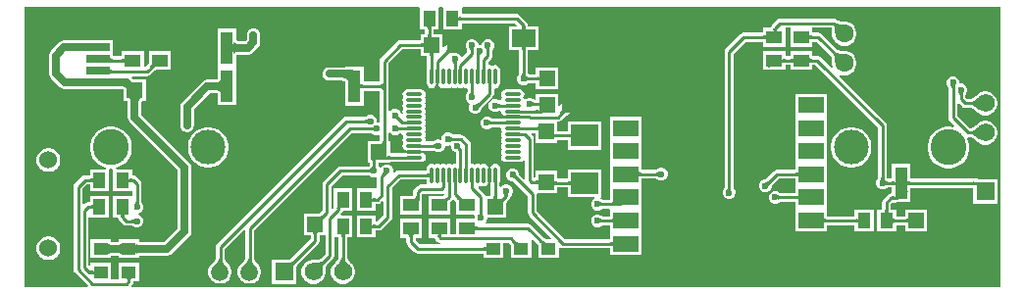
<source format=gtl>
G04*
G04 #@! TF.GenerationSoftware,Altium Limited,Altium Designer,24.1.2 (44)*
G04*
G04 Layer_Physical_Order=1*
G04 Layer_Color=255*
%FSTAX24Y24*%
%MOIN*%
G70*
G04*
G04 #@! TF.SameCoordinates,D42F5CEB-65A2-4495-9315-5EDE3D0C892D*
G04*
G04*
G04 #@! TF.FilePolarity,Positive*
G04*
G01*
G75*
%ADD11C,0.0100*%
%ADD18R,0.0433X0.1102*%
%ADD19R,0.0492X0.0433*%
%ADD20R,0.0787X0.0591*%
%ADD21O,0.0591X0.0106*%
%ADD22O,0.0106X0.0591*%
%ADD23R,0.0866X0.0551*%
%ADD24R,0.0945X0.0748*%
%ADD43C,0.0630*%
%ADD48R,0.0446X0.0542*%
%ADD49R,0.0555X0.0531*%
%ADD50R,0.0800X0.0276*%
%ADD51R,0.0800X0.0299*%
%ADD52R,0.0800X0.0315*%
%ADD53R,0.0531X0.0555*%
%ADD54R,0.0542X0.0446*%
%ADD55C,0.0250*%
%ADD56C,0.1220*%
%ADD57C,0.1181*%
%ADD58C,0.0620*%
%ADD59R,0.0620X0.0620*%
%ADD60C,0.0591*%
%ADD61O,0.0669X0.0433*%
%ADD62C,0.0600*%
%ADD63R,0.0620X0.0620*%
%ADD64C,0.0236*%
%ADD65C,0.0250*%
G36*
X014922Y00937D02*
X014925Y009362D01*
X01493Y009355D01*
X014937Y009348D01*
X014946Y009342D01*
X014957Y009338D01*
X01497Y009334D01*
X014985Y009332D01*
X015003Y00933D01*
X015022Y00933D01*
Y00923D01*
X015003Y00923D01*
X014985Y009228D01*
X01497Y009226D01*
X014957Y009222D01*
X014946Y009218D01*
X014937Y009212D01*
X01493Y009205D01*
X014925Y009198D01*
X014922Y00919D01*
X014921Y00918D01*
Y00938D01*
X014922Y00937D01*
D02*
G37*
G36*
X01717Y008995D02*
X017172Y008978D01*
X017175Y008962D01*
X017178Y008949D01*
X017183Y008938D01*
X017188Y008929D01*
X017194Y008922D01*
X017202Y008917D01*
X017211Y008914D01*
X01722Y008913D01*
X01702D01*
X01703Y008914D01*
X017038Y008917D01*
X017046Y008922D01*
X017052Y008929D01*
X017057Y008938D01*
X017062Y008949D01*
X017066Y008962D01*
X017068Y008978D01*
X017069Y008995D01*
X01707Y009014D01*
X01717D01*
X01717Y008995D01*
D02*
G37*
G36*
X014003Y009009D02*
X013995Y009006D01*
X013987Y009001D01*
X013981Y008994D01*
X013975Y008985D01*
X013971Y008974D01*
X013967Y008961D01*
X013965Y008946D01*
X013963Y008929D01*
X013963Y00891D01*
X013863D01*
X013862Y008929D01*
X013861Y008946D01*
X013858Y008961D01*
X013855Y008974D01*
X01385Y008985D01*
X013845Y008994D01*
X013838Y009001D01*
X013831Y009006D01*
X013822Y009009D01*
X013813Y00901D01*
X014013D01*
X014003Y009009D01*
D02*
G37*
G36*
X013963Y008736D02*
X013965Y008719D01*
X013967Y008704D01*
X013971Y008691D01*
X013975Y00868D01*
X013981Y008671D01*
X013987Y008664D01*
X013995Y008659D01*
X014003Y008656D01*
X014013Y008655D01*
X013813D01*
X013822Y008656D01*
X013831Y008659D01*
X013838Y008664D01*
X013845Y008671D01*
X01385Y00868D01*
X013855Y008691D01*
X013858Y008704D01*
X013861Y008719D01*
X013862Y008736D01*
X013863Y008755D01*
X013963D01*
X013963Y008736D01*
D02*
G37*
G36*
X013715Y00829D02*
X013714Y008299D01*
X013711Y008308D01*
X013706Y008316D01*
X013699Y008322D01*
X01369Y008328D01*
X013678Y008332D01*
X013665Y008335D01*
X01365Y008338D01*
X013633Y008339D01*
X013614Y00834D01*
Y00844D01*
X013633Y00844D01*
X01365Y008442D01*
X013665Y008444D01*
X013678Y008448D01*
X01369Y008453D01*
X013699Y008458D01*
X013706Y008464D01*
X013711Y008472D01*
X013714Y00848D01*
X013715Y00849D01*
Y00829D01*
D02*
G37*
G36*
X017211Y008326D02*
X017202Y008323D01*
X017194Y008318D01*
X017188Y008311D01*
X017183Y008302D01*
X017178Y008291D01*
X017175Y008278D01*
X017172Y008262D01*
X01717Y008245D01*
X01717Y008226D01*
X01707D01*
X017069Y008245D01*
X017068Y008262D01*
X017066Y008278D01*
X017062Y008291D01*
X017057Y008302D01*
X017052Y008311D01*
X017046Y008318D01*
X017038Y008323D01*
X01703Y008326D01*
X01702Y008327D01*
X01722D01*
X017211Y008326D01*
D02*
G37*
G36*
X015976Y008279D02*
X015971Y008272D01*
X015966Y008264D01*
X015962Y008255D01*
X015958Y008246D01*
X015955Y008237D01*
X015953Y008226D01*
X015951Y008216D01*
X01595Y008204D01*
X01595Y008192D01*
X01585D01*
X01585Y008204D01*
X015849Y008216D01*
X015847Y008226D01*
X015845Y008237D01*
X015842Y008246D01*
X015838Y008255D01*
X015834Y008264D01*
X015829Y008272D01*
X015824Y008279D01*
X015817Y008286D01*
X015983D01*
X015976Y008279D01*
D02*
G37*
G36*
X015436D02*
X015431Y008272D01*
X015426Y008264D01*
X015422Y008255D01*
X015418Y008246D01*
X015415Y008237D01*
X015413Y008226D01*
X015411Y008216D01*
X01541Y008204D01*
X01541Y008192D01*
X01531D01*
X01531Y008204D01*
X015309Y008216D01*
X015307Y008226D01*
X015305Y008237D01*
X015302Y008246D01*
X015298Y008255D01*
X015294Y008264D01*
X015289Y008272D01*
X015284Y008279D01*
X015277Y008286D01*
X015443D01*
X015436Y008279D01*
D02*
G37*
G36*
X014642Y008127D02*
X014635Y008132D01*
X014626Y008135D01*
X014615Y008135D01*
X014603Y008132D01*
X01459Y008126D01*
X014575Y008117D01*
X014559Y008106D01*
X014541Y008092D01*
X014501Y008055D01*
X01443Y008125D01*
X01445Y008146D01*
X014482Y008183D01*
X014493Y008199D01*
X014502Y008214D01*
X014507Y008228D01*
X01451Y00824D01*
X014511Y00825D01*
X014508Y008259D01*
X014502Y008267D01*
X014642Y008127D01*
D02*
G37*
G36*
X014079Y008126D02*
X014071Y008123D01*
X014063Y008118D01*
X014057Y00811D01*
X014051Y008101D01*
X014047Y00809D01*
X014043Y008077D01*
X014041Y008062D01*
X014039Y008045D01*
X014039Y008025D01*
X013939D01*
X013938Y008045D01*
X013937Y008062D01*
X013934Y008077D01*
X013931Y00809D01*
X013926Y008101D01*
X013921Y00811D01*
X013914Y008118D01*
X013907Y008123D01*
X013898Y008126D01*
X013889Y008127D01*
X014089D01*
X014079Y008126D01*
D02*
G37*
G36*
X014861Y007824D02*
X014855Y007817D01*
X014849Y00781D01*
X014844Y007802D01*
X01484Y007794D01*
X014836Y007785D01*
X014833Y007775D01*
X014831Y007765D01*
X014829Y007754D01*
X014828Y007743D01*
X014828Y007731D01*
X014728Y007733D01*
X014727Y007745D01*
X014726Y007757D01*
X014725Y007768D01*
X014722Y007778D01*
X01472Y007788D01*
X014716Y007797D01*
X014712Y007805D01*
X014707Y007813D01*
X014702Y007821D01*
X014696Y007827D01*
X014861Y007824D01*
D02*
G37*
G36*
X01717Y007406D02*
X017171Y007394D01*
X017173Y007384D01*
X017175Y007373D01*
X017178Y007364D01*
X017182Y007355D01*
X017186Y007346D01*
X017191Y007338D01*
X017196Y007331D01*
X017203Y007324D01*
X017037D01*
X017044Y007331D01*
X017049Y007338D01*
X017054Y007346D01*
X017058Y007355D01*
X017062Y007364D01*
X017065Y007373D01*
X017067Y007384D01*
X017069Y007394D01*
X01707Y007406D01*
X01707Y007418D01*
X01717D01*
X01717Y007406D01*
D02*
G37*
G36*
X017211Y007316D02*
X017218Y007311D01*
X017226Y007306D01*
X017235Y007302D01*
X017244Y007298D01*
X017253Y007295D01*
X017264Y007293D01*
X017274Y007291D01*
X017286Y00729D01*
X017298Y00729D01*
Y00719D01*
X017286Y00719D01*
X017274Y007189D01*
X017264Y007187D01*
X017253Y007185D01*
X017244Y007182D01*
X017235Y007178D01*
X017226Y007174D01*
X017218Y007169D01*
X017211Y007164D01*
X017204Y007157D01*
Y007323D01*
X017211Y007316D01*
D02*
G37*
G36*
X011146Y00715D02*
X011143Y007174D01*
X011136Y007195D01*
X011123Y007214D01*
X011105Y00723D01*
X011083Y007244D01*
X011055Y007255D01*
X011023Y007264D01*
X010985Y00727D01*
X010942Y007274D01*
X010895Y007275D01*
Y007525D01*
X011145Y00753D01*
X011146Y00715D01*
D02*
G37*
G36*
X017637Y00714D02*
X017636Y00715D01*
X017633Y007158D01*
X017628Y007165D01*
X017621Y007172D01*
X017612Y007178D01*
X017601Y007182D01*
X017588Y007186D01*
X017573Y007188D01*
X017555Y007189D01*
X017536Y00719D01*
Y00729D01*
X017555Y00729D01*
X017573Y007292D01*
X017588Y007294D01*
X017601Y007298D01*
X017612Y007303D01*
X017621Y007308D01*
X017628Y007315D01*
X017633Y007322D01*
X017636Y00733D01*
X017637Y00734D01*
Y00714D01*
D02*
G37*
G36*
X011576Y007071D02*
X011579Y007062D01*
X011584Y007054D01*
X011591Y007048D01*
X0116Y007042D01*
X011611Y007038D01*
X011624Y007035D01*
X011639Y007032D01*
X011641Y007032D01*
X011679Y00703D01*
X011725Y00703D01*
Y00693D01*
X011679Y00693D01*
X01163Y006926D01*
X011624Y006926D01*
X011611Y006922D01*
X0116Y006917D01*
X011591Y006912D01*
X011584Y006906D01*
X011579Y006898D01*
X011576Y00689D01*
X011575Y00688D01*
Y006923D01*
X011537Y00692D01*
X011511Y006916D01*
X011489Y006911D01*
X011472Y006905D01*
X011458Y006899D01*
X011448Y006892D01*
Y007068D01*
X011458Y007061D01*
X011472Y007055D01*
X011489Y007049D01*
X011511Y007044D01*
X011537Y00704D01*
X011575Y007036D01*
Y00708D01*
X011576Y007071D01*
D02*
G37*
G36*
X033312Y000153D02*
X003795D01*
X003775Y000199D01*
X003808Y000232D01*
X003841Y000281D01*
X003852Y000333D01*
X004046D01*
Y000967D01*
X003354D01*
Y000413D01*
X003096D01*
Y000967D01*
X002404D01*
Y000907D01*
X002354Y000883D01*
X002333Y000899D01*
Y002501D01*
X00238Y002509D01*
Y002509D01*
X003025D01*
Y003251D01*
X00238D01*
Y003033D01*
X00231D01*
X002251Y003021D01*
X002202Y002988D01*
X002179Y002965D01*
X002133Y002985D01*
Y003497D01*
X002273Y003637D01*
X00238D01*
Y003419D01*
X003025D01*
Y00414D01*
X003025Y004161D01*
X003064Y00419D01*
X003129D01*
X003165Y004162D01*
X003167Y004141D01*
Y003419D01*
X003813D01*
X003827Y003375D01*
Y003295D01*
X003813Y003251D01*
X003167D01*
Y002509D01*
X003337D01*
X003349Y002451D01*
X003382Y002402D01*
X003502Y002282D01*
X003551Y002249D01*
X00361Y002237D01*
X003816D01*
X003818Y002237D01*
X003821Y002236D01*
X003823Y002236D01*
X003824Y002235D01*
X003824Y002235D01*
X003826Y002233D01*
X003833Y002228D01*
X003856Y002205D01*
X003937Y002172D01*
X004023D01*
X004104Y002205D01*
X004165Y002266D01*
X004198Y002347D01*
Y002433D01*
X004165Y002514D01*
X004104Y002575D01*
X004031Y002605D01*
X004029Y002615D01*
Y002645D01*
X004031Y002655D01*
X004104Y002685D01*
X004165Y002746D01*
X004198Y002827D01*
Y002913D01*
X004165Y002994D01*
X004142Y003017D01*
X004137Y003024D01*
X004135Y003026D01*
X004135Y003026D01*
X004134Y003027D01*
X004134Y003029D01*
X004133Y003032D01*
X004133Y003034D01*
Y00366D01*
X004121Y003719D01*
X004088Y003768D01*
X003958Y003898D01*
X003909Y003931D01*
X00385Y003943D01*
X003813D01*
Y004161D01*
X003275D01*
X00327Y004211D01*
X0033Y004217D01*
X003429Y004271D01*
X003546Y004348D01*
X003645Y004447D01*
X003722Y004564D01*
X003776Y004693D01*
X003803Y00483D01*
Y00497D01*
X003776Y005107D01*
X003722Y005236D01*
X003645Y005353D01*
X003546Y005452D01*
X003429Y005529D01*
X0033Y005583D01*
X003163Y00561D01*
X003023D01*
X002886Y005583D01*
X002757Y005529D01*
X00264Y005452D01*
X002541Y005353D01*
X002464Y005236D01*
X00241Y005107D01*
X002383Y00497D01*
Y00483D01*
X00241Y004693D01*
X002464Y004564D01*
X002541Y004447D01*
X00264Y004348D01*
X002757Y004271D01*
X002886Y004217D01*
X002916Y004211D01*
X002911Y004161D01*
X00238D01*
Y003943D01*
X00221D01*
X002151Y003931D01*
X002102Y003898D01*
X001872Y003668D01*
X001839Y003619D01*
X001827Y00356D01*
Y00075D01*
X001839Y000691D01*
X001872Y000642D01*
X002315Y000199D01*
X002295Y000153D01*
X000153D01*
Y00969D01*
X013562D01*
X01359Y009651D01*
X01359Y00964D01*
Y008909D01*
X01376D01*
Y008756D01*
X013612D01*
Y008543D01*
X01294D01*
X012881Y008531D01*
X012832Y008498D01*
X012272Y007938D01*
X012239Y007889D01*
X012227Y00783D01*
Y007133D01*
X011677D01*
Y007631D01*
X011148D01*
X011144Y007632D01*
X011143Y007632D01*
X011143Y007632D01*
X011106Y007631D01*
X011043D01*
Y00763D01*
X011017Y007629D01*
X01051D01*
X010488Y007625D01*
X010465D01*
X010444Y007616D01*
X010422Y007612D01*
X010403Y007599D01*
X010383Y007591D01*
X010367Y007575D01*
X010348Y007562D01*
X010335Y007543D01*
X010319Y007527D01*
X010311Y007507D01*
X010298Y007488D01*
X010294Y007466D01*
X010285Y007445D01*
Y007422D01*
X010281Y0074D01*
X010285Y007378D01*
Y007355D01*
X010294Y007334D01*
X010298Y007312D01*
X010311Y007293D01*
X010319Y007273D01*
X010335Y007257D01*
X010348Y007238D01*
X010367Y007225D01*
X010383Y007209D01*
X010403Y007201D01*
X010422Y007188D01*
X010444Y007184D01*
X010465Y007175D01*
X010488D01*
X01051Y007171D01*
X010951D01*
X010972Y007169D01*
X011001Y007164D01*
X011023Y007158D01*
X011037Y007152D01*
X011043Y007148D01*
Y006329D01*
X011677D01*
Y006827D01*
X012227D01*
Y005777D01*
X012185Y005749D01*
X012163Y005758D01*
X012128D01*
Y005833D01*
X012095Y005914D01*
X012034Y005975D01*
X011953Y006008D01*
X011867D01*
X011786Y005975D01*
X011763Y005952D01*
X011756Y005947D01*
X011754Y005945D01*
X011754Y005945D01*
X011753Y005944D01*
X011751Y005944D01*
X011748Y005943D01*
X011746Y005943D01*
X0111D01*
X011041Y005931D01*
X010992Y005898D01*
X006702Y001608D01*
X006669Y001559D01*
X006657Y0015D01*
Y001122D01*
X006655Y001113D01*
X006651Y001101D01*
X006644Y001086D01*
X006634Y001068D01*
X00662Y001049D01*
X006604Y001028D01*
X006558Y000978D01*
X00653Y000952D01*
X006525Y000944D01*
X006484Y000903D01*
X006432Y000813D01*
X006405Y000712D01*
Y000608D01*
X006432Y000507D01*
X006484Y000417D01*
X006557Y000344D01*
X006647Y000292D01*
X006748Y000265D01*
X006852D01*
X006953Y000292D01*
X007043Y000344D01*
X007116Y000417D01*
X007168Y000507D01*
X007195Y000608D01*
Y000712D01*
X007168Y000813D01*
X007116Y000903D01*
X007093Y000926D01*
X007089Y000933D01*
X007061Y000962D01*
X007016Y001017D01*
X007Y00104D01*
X006987Y001061D01*
X006976Y00108D01*
X006969Y001097D01*
X006965Y00111D01*
X006963Y001119D01*
Y001437D01*
X007611Y002085D01*
X007657Y002065D01*
Y001122D01*
X007655Y001113D01*
X007651Y001101D01*
X007644Y001086D01*
X007634Y001068D01*
X00762Y001049D01*
X007604Y001028D01*
X007558Y000978D01*
X00753Y000952D01*
X007525Y000944D01*
X007484Y000903D01*
X007432Y000813D01*
X007405Y000712D01*
Y000608D01*
X007432Y000507D01*
X007484Y000417D01*
X007557Y000344D01*
X007647Y000292D01*
X007748Y000265D01*
X007852D01*
X007953Y000292D01*
X008043Y000344D01*
X008116Y000417D01*
X008168Y000507D01*
X008195Y000608D01*
Y000712D01*
X008168Y000813D01*
X008116Y000903D01*
X008093Y000926D01*
X008089Y000933D01*
X008061Y000962D01*
X008016Y001017D01*
X008Y00104D01*
X007987Y001061D01*
X007976Y00108D01*
X007969Y001097D01*
X007965Y00111D01*
X007963Y001119D01*
Y002077D01*
X011273Y005387D01*
X011964D01*
X011996Y005355D01*
X012077Y005322D01*
X012163D01*
X012185Y005331D01*
X012227Y005303D01*
Y005126D01*
X01183D01*
Y004507D01*
X01183Y004506D01*
X01183Y004504D01*
Y004499D01*
X011829Y004495D01*
X01183Y004492D01*
Y004394D01*
X011877D01*
Y004274D01*
X011877Y004272D01*
X011876Y004269D01*
X011876Y004267D01*
X011875Y004266D01*
X011875Y004266D01*
X011874Y004266D01*
X011874Y004265D01*
X011874Y004265D01*
X011873Y004264D01*
X011871Y004264D01*
X011868Y004263D01*
X011866Y004263D01*
X01089D01*
X010831Y004251D01*
X010782Y004218D01*
X010322Y003758D01*
X010289Y003709D01*
X010277Y00365D01*
Y002755D01*
X010204Y002682D01*
X010188Y002667D01*
X010176Y002658D01*
X009664D01*
Y001902D01*
X009877D01*
Y001783D01*
X009198Y001104D01*
X009182Y00109D01*
X00917Y00108D01*
X00857D01*
Y00026D01*
X00939D01*
Y00086D01*
X009411Y000884D01*
X010138Y001612D01*
X010171Y001661D01*
X010183Y00172D01*
Y001902D01*
X010377D01*
Y001283D01*
X010214Y00112D01*
X010206Y001115D01*
X010193Y001109D01*
X010175Y001102D01*
X010154Y001096D01*
X010128Y001091D01*
X010099Y001087D01*
X010025Y001082D01*
X009982Y001082D01*
X009973Y00108D01*
X009926D01*
X009822Y001052D01*
X009728Y000998D01*
X009652Y000922D01*
X009598Y000828D01*
X00957Y000724D01*
Y000616D01*
X009598Y000512D01*
X009652Y000418D01*
X009728Y000342D01*
X009822Y000288D01*
X009926Y00026D01*
X010034D01*
X010138Y000288D01*
X010232Y000342D01*
X010308Y000418D01*
X010362Y000512D01*
X01039Y000616D01*
Y000663D01*
X010392Y000672D01*
X010392Y000715D01*
X010397Y000789D01*
X010401Y000818D01*
X010406Y000844D01*
X010412Y000865D01*
X010419Y000883D01*
X010425Y000896D01*
X01043Y000904D01*
X010638Y001112D01*
X010671Y001161D01*
X010683Y00122D01*
Y001849D01*
X010827D01*
Y001154D01*
X010825Y001144D01*
X01082Y001131D01*
X010812Y001114D01*
X010801Y001094D01*
X010787Y001072D01*
X010769Y001049D01*
X01072Y000993D01*
X01069Y000963D01*
X010685Y000955D01*
X010652Y000922D01*
X010598Y000828D01*
X01057Y000724D01*
Y000616D01*
X010598Y000512D01*
X010652Y000418D01*
X010728Y000342D01*
X010822Y000288D01*
X010926Y00026D01*
X011034D01*
X011138Y000288D01*
X011232Y000342D01*
X011308Y000418D01*
X011362Y000512D01*
X01139Y000616D01*
Y000724D01*
X011362Y000828D01*
X011308Y000922D01*
X011275Y000955D01*
X01127Y000963D01*
X01124Y000993D01*
X011191Y001049D01*
X011173Y001072D01*
X011159Y001094D01*
X011148Y001114D01*
X01114Y001131D01*
X011135Y001144D01*
X011133Y001154D01*
Y001849D01*
X011303D01*
Y002591D01*
X010923D01*
X010904Y002637D01*
X010935Y002669D01*
X010968Y002718D01*
X010976Y002759D01*
X011303D01*
Y003501D01*
X010657D01*
Y002864D01*
X010656Y00286D01*
X010657Y002856D01*
Y002833D01*
X010632Y002813D01*
X010583Y002835D01*
Y003587D01*
X010953Y003957D01*
X011866D01*
X011868Y003957D01*
X011871Y003956D01*
X011873Y003956D01*
X011874Y003955D01*
X011874Y003955D01*
X011876Y003953D01*
X011883Y003948D01*
X011906Y003925D01*
X011987Y003892D01*
X012073D01*
X012087Y003898D01*
X012137Y003864D01*
Y003509D01*
X01209Y003501D01*
Y003501D01*
X011444D01*
Y002759D01*
X01209D01*
Y002977D01*
X01215D01*
X012209Y002989D01*
X012258Y003022D01*
X012301Y003065D01*
X012347Y003045D01*
Y002593D01*
X01214Y002387D01*
X01209Y002406D01*
Y002591D01*
X011444D01*
Y001849D01*
X01209D01*
Y002067D01*
X01219D01*
X012249Y002079D01*
X012298Y002112D01*
X012608Y002422D01*
X012641Y002471D01*
X012653Y00253D01*
Y003527D01*
X012937Y003811D01*
X013833D01*
Y003721D01*
X01384Y003683D01*
X013808Y003633D01*
X013619D01*
X01356Y003621D01*
X01351Y003588D01*
X013403Y003481D01*
X01337Y003431D01*
X013358Y003372D01*
Y003263D01*
X012919D01*
Y002617D01*
X013661D01*
Y003098D01*
X013664Y003113D01*
Y003309D01*
X013682Y003327D01*
X01432D01*
X014368Y003337D01*
X014398Y003315D01*
X014408Y003303D01*
X014366Y00326D01*
X013874D01*
Y002614D01*
X014616D01*
Y003041D01*
X014617Y003042D01*
X014636Y003064D01*
X014688Y003116D01*
X014694Y003126D01*
X014744Y00313D01*
X014803Y003072D01*
X014818Y003056D01*
X014827Y003043D01*
X014828Y003043D01*
Y003024D01*
X014827Y00302D01*
X014828Y003016D01*
Y002617D01*
X015429D01*
X015457Y002575D01*
X015452Y002563D01*
Y002477D01*
X015451Y002475D01*
X014828D01*
Y001953D01*
X014616D01*
Y002473D01*
X013874D01*
Y001827D01*
X014098D01*
X014104Y0018D01*
X014137Y00175D01*
X014195Y001692D01*
X014245Y001659D01*
X014274Y001653D01*
X014269Y001603D01*
X013573D01*
X013443Y001733D01*
Y00183D01*
X013661D01*
Y002475D01*
X012919D01*
Y00183D01*
X013137D01*
Y00167D01*
X013149Y001611D01*
X013182Y001562D01*
X013402Y001342D01*
X013451Y001309D01*
X01351Y001297D01*
X015744D01*
Y001133D01*
X016436D01*
Y001647D01*
X016617D01*
X016661Y001603D01*
X016677Y001586D01*
X016684Y001577D01*
Y001133D01*
X017376D01*
Y001757D01*
X017418Y001786D01*
X017601Y001603D01*
X017617Y001586D01*
X017624Y001577D01*
Y001133D01*
X018316D01*
Y001494D01*
X018366Y001511D01*
X018406Y001485D01*
X018464Y001473D01*
X020068D01*
Y00125D01*
X021134D01*
Y001987D01*
X021134Y002001D01*
Y002037D01*
X021134Y002051D01*
Y002774D01*
X021134Y002788D01*
Y002824D01*
X021134Y002838D01*
Y003562D01*
X021134Y003576D01*
Y003612D01*
X021134Y003626D01*
Y003837D01*
X021626D01*
X021628Y003837D01*
X021631Y003836D01*
X021633Y003836D01*
X021634Y003835D01*
X021634Y003835D01*
X021636Y003833D01*
X021643Y003828D01*
X021666Y003805D01*
X021747Y003772D01*
X021833D01*
X021914Y003805D01*
X021975Y003866D01*
X022008Y003947D01*
Y004033D01*
X021975Y004114D01*
X021914Y004175D01*
X021833Y004208D01*
X021747D01*
X021666Y004175D01*
X021643Y004152D01*
X021636Y004147D01*
X021634Y004145D01*
X021634Y004145D01*
X021633Y004144D01*
X021631Y004144D01*
X021628Y004143D01*
X021626Y004143D01*
X021134D01*
Y004349D01*
X021134Y004363D01*
Y004399D01*
X021134Y004413D01*
Y005137D01*
X021134Y00515D01*
Y005187D01*
X021134Y0052D01*
Y005938D01*
X020068D01*
Y0052D01*
X020068Y005187D01*
Y00515D01*
X020068Y005137D01*
Y004413D01*
X020068Y004399D01*
Y004363D01*
X020068Y004349D01*
Y003626D01*
X020068Y003612D01*
Y003576D01*
X020068Y003562D01*
Y003127D01*
X019792D01*
X019789Y003128D01*
X019786Y003128D01*
X019784Y003129D01*
X019782Y00313D01*
X019781Y00313D01*
X019781Y00313D01*
X019778Y003133D01*
X019772Y003136D01*
X019754Y003155D01*
X019737Y003162D01*
X019747Y003212D01*
X019772D01*
Y00416D01*
X018628D01*
Y003839D01*
X018266D01*
Y004105D01*
X017534D01*
Y00388D01*
X017473D01*
Y00519D01*
X017461Y005249D01*
X017428Y005298D01*
X017387Y005339D01*
X017406Y005386D01*
X017524D01*
Y005062D01*
X018256D01*
Y005147D01*
X018628D01*
Y004826D01*
X019772D01*
Y005774D01*
X018628D01*
Y005453D01*
X018256D01*
Y005776D01*
X018279D01*
X018337Y005788D01*
X018387Y005821D01*
X018526Y005959D01*
X018541Y005974D01*
X018553Y005983D01*
X018558Y005987D01*
X018561Y005986D01*
X018573Y005986D01*
X018585Y005985D01*
X018593Y005987D01*
X018601Y005988D01*
X018612Y005993D01*
X018624Y005996D01*
X01863Y006001D01*
X018637Y006004D01*
X018645Y006013D01*
X018655Y006021D01*
X018659Y006028D01*
X018664Y006033D01*
X018668Y006045D01*
X018674Y006056D01*
X018675Y006063D01*
X018678Y006071D01*
X018677Y006083D01*
X018678Y006095D01*
X018676Y006103D01*
X018676Y006111D01*
X018673Y006118D01*
X018773Y006218D01*
X018808Y006242D01*
X018841Y006291D01*
X018853Y00635D01*
X018841Y006409D01*
X018808Y006458D01*
X018759Y006491D01*
X0187Y006503D01*
X018688D01*
X01863Y006491D01*
X01858Y006458D01*
X018514Y006392D01*
X01847Y00641D01*
Y00641D01*
X01842D01*
X018336Y006327D01*
X01829Y006346D01*
Y006716D01*
X017535D01*
Y006551D01*
X017511Y006535D01*
X017495Y006527D01*
X017485Y006526D01*
X017484Y006527D01*
X017477Y006532D01*
X017454Y006555D01*
X017373Y006588D01*
X017287D01*
X017206Y006555D01*
X017191Y006539D01*
X017136Y006556D01*
X017131Y006582D01*
X017105Y006621D01*
X017131Y00666D01*
X017143Y00672D01*
X017131Y006779D01*
X017097Y00683D01*
X017047Y006864D01*
X016987Y006876D01*
X016503D01*
X016443Y006864D01*
X016392Y00683D01*
X016358Y006779D01*
X016346Y00672D01*
X016358Y00666D01*
X016384Y006621D01*
X016358Y006582D01*
X016346Y006523D01*
X016304Y006499D01*
X016282Y006497D01*
X016274Y006505D01*
X016193Y006538D01*
X016107D01*
X016026Y006505D01*
X015965Y006444D01*
X015932Y006363D01*
Y006277D01*
X015965Y006196D01*
X016026Y006135D01*
X016107Y006102D01*
X016193D01*
X016274Y006135D01*
X016287Y006149D01*
X0163Y006147D01*
X016346Y006129D01*
X016358Y006069D01*
X016392Y006018D01*
X016443Y005985D01*
X016503Y005973D01*
X01656D01*
X016592Y005934D01*
X016592Y005932D01*
X016592Y00593D01*
X016561Y005891D01*
X016503D01*
X016493Y005889D01*
X016036D01*
X016035Y00589D01*
X016032Y00589D01*
X01603Y005891D01*
X01603Y005891D01*
X016028Y005893D01*
X016021Y005898D01*
X015994Y005925D01*
X015913Y005958D01*
X015827D01*
X015746Y005925D01*
X015685Y005864D01*
X015652Y005783D01*
Y005697D01*
X015685Y005616D01*
X015746Y005555D01*
X015827Y005522D01*
X015913D01*
X015994Y005555D01*
X016013Y005575D01*
X016019Y005578D01*
X016022Y005581D01*
X016022Y005581D01*
X016023Y005581D01*
X016024Y005582D01*
X016027Y005582D01*
X01603Y005583D01*
X016032Y005583D01*
X016316D01*
X016348Y005545D01*
X016346Y005538D01*
X016358Y005479D01*
X016384Y00544D01*
X016358Y005401D01*
X016346Y005342D01*
X016358Y005282D01*
X016384Y005243D01*
X016358Y005205D01*
X016346Y005145D01*
X016358Y005085D01*
X016384Y005046D01*
X016358Y005008D01*
X016346Y004948D01*
X016358Y004888D01*
X016384Y004849D01*
X016358Y004811D01*
X016346Y004751D01*
X016358Y004691D01*
X016384Y004653D01*
X016358Y004614D01*
X016346Y004554D01*
X016358Y004494D01*
X016392Y004444D01*
X016443Y00441D01*
X016503Y004398D01*
X016987D01*
X017047Y00441D01*
X017097Y004444D01*
X017117Y004473D01*
X017167Y004458D01*
Y00384D01*
X017117Y003819D01*
X016974Y003962D01*
X016973Y003964D01*
X016972Y003966D01*
X016971Y003968D01*
X01697Y003969D01*
X01697Y003969D01*
X01697Y003973D01*
X016968Y003981D01*
Y004013D01*
X016935Y004094D01*
X016874Y004155D01*
X016793Y004188D01*
X016707D01*
X016626Y004155D01*
X016565Y004094D01*
X016532Y004013D01*
Y003927D01*
X016565Y003846D01*
X016626Y003785D01*
X016707Y003752D01*
X016739D01*
X016747Y00375D01*
X016751Y00375D01*
X016751Y00375D01*
X016752Y003749D01*
X016754Y003748D01*
X016756Y003747D01*
X016758Y003746D01*
X017267Y003237D01*
Y00267D01*
X017279Y002611D01*
X017312Y002562D01*
X018061Y001813D01*
X018042Y001767D01*
X017881D01*
X017874Y001771D01*
X017819Y001817D01*
X017376Y002261D01*
X017326Y002294D01*
X017267Y002306D01*
X015835D01*
X015814Y002356D01*
X015855Y002396D01*
X015888Y002477D01*
Y002514D01*
X016528D01*
Y002999D01*
X016528Y003003D01*
X016528Y003007D01*
Y003026D01*
X016549Y003051D01*
X016632Y003134D01*
X016665Y003184D01*
X016677Y003242D01*
Y003258D01*
X016709Y00329D01*
X016742Y003371D01*
Y003457D01*
X016709Y003537D01*
X016647Y003599D01*
X016567Y003632D01*
X016481D01*
X0164Y003599D01*
X016357Y003556D01*
X016307Y003576D01*
Y003705D01*
X01631Y003722D01*
Y004206D01*
X016299Y004266D01*
X016265Y004316D01*
X016214Y00435D01*
X016154Y004362D01*
X016094Y00435D01*
X016044Y004316D01*
X01601Y004266D01*
X015998Y004206D01*
Y003722D01*
X016001Y003705D01*
Y003246D01*
X015818D01*
X015811Y003279D01*
X015778Y003328D01*
X015587Y003519D01*
X015604Y003573D01*
X015623Y003577D01*
X015662Y003603D01*
X015701Y003577D01*
X015761Y003565D01*
X01582Y003577D01*
X015871Y003611D01*
X015905Y003662D01*
X015917Y003722D01*
Y004206D01*
X015905Y004266D01*
X015871Y004316D01*
X01582Y00435D01*
X015761Y004362D01*
X015701Y00435D01*
X015662Y004324D01*
X015623Y00435D01*
X015564Y004362D01*
X015504Y00435D01*
X015465Y004324D01*
X015427Y00435D01*
X015367Y004362D01*
X015362Y004361D01*
X015323Y004393D01*
Y00499D01*
X015311Y005049D01*
X015278Y005098D01*
X015088Y005288D01*
X015039Y005321D01*
X01498Y005333D01*
X014714D01*
X014712Y005333D01*
X014709Y005334D01*
X014707Y005334D01*
X014706Y005335D01*
X014706Y005335D01*
X014704Y005337D01*
X014697Y005342D01*
X014674Y005365D01*
X014593Y005398D01*
X014507D01*
X014426Y005365D01*
X014365Y005304D01*
X014332Y005223D01*
Y005189D01*
X01429Y005161D01*
X014273Y005168D01*
X014187D01*
X014106Y005135D01*
X014082Y005111D01*
X014075Y005106D01*
X014072Y005104D01*
X014072Y005103D01*
X01407Y005103D01*
X014067Y005102D01*
X014065Y005102D01*
X013828D01*
X013796Y00514D01*
X013797Y005145D01*
X013785Y005205D01*
X013759Y005243D01*
X013785Y005282D01*
X013797Y005342D01*
X013785Y005401D01*
X013759Y00544D01*
X013785Y005479D01*
X013797Y005538D01*
X013785Y005598D01*
X013759Y005637D01*
X013785Y005675D01*
X013797Y005735D01*
X013785Y005795D01*
X013759Y005834D01*
X013785Y005872D01*
X013797Y005932D01*
X013785Y005992D01*
X013759Y006031D01*
X013785Y006069D01*
X013797Y006129D01*
X013785Y006189D01*
X013759Y006227D01*
X013785Y006266D01*
X013797Y006326D01*
X013785Y006386D01*
X013759Y006424D01*
X013785Y006463D01*
X013797Y006523D01*
X013785Y006582D01*
X013759Y006621D01*
X013785Y00666D01*
X013797Y00672D01*
X013785Y006779D01*
X013751Y00683D01*
X0137Y006864D01*
X013641Y006876D01*
X013156D01*
X013097Y006864D01*
X013046Y00683D01*
X013012Y006779D01*
X013Y00672D01*
X013012Y00666D01*
X013038Y006621D01*
X013012Y006582D01*
X013Y006523D01*
X013012Y006463D01*
X013038Y006424D01*
X013012Y006386D01*
X013Y006326D01*
X013012Y006266D01*
X013038Y006227D01*
X013012Y006189D01*
X013Y006129D01*
X013012Y006069D01*
X013023Y006052D01*
X013023Y006049D01*
X013003Y006035D01*
X013001Y006034D01*
X012963Y006045D01*
X012935Y006114D01*
X012874Y006175D01*
X012793Y006208D01*
X012707D01*
X012626Y006175D01*
X012583Y006131D01*
X012533Y006152D01*
Y00698D01*
Y007767D01*
X013003Y008237D01*
X013612D01*
Y008024D01*
X013836D01*
Y007568D01*
X013833Y007552D01*
Y007068D01*
X013845Y007008D01*
X013878Y006957D01*
X013929Y006924D01*
X013989Y006912D01*
X014049Y006924D01*
X014099Y006957D01*
X014133Y007008D01*
X014145Y007068D01*
Y007126D01*
X014184Y007158D01*
X014186Y007157D01*
X014188Y007158D01*
X014226Y007126D01*
Y007068D01*
X014238Y007008D01*
X014272Y006957D01*
X014323Y006924D01*
X014383Y006912D01*
X014442Y006924D01*
X014481Y006949D01*
X01452Y006924D01*
X014579Y006912D01*
X014639Y006924D01*
X014678Y006949D01*
X014717Y006924D01*
X014776Y006912D01*
X014836Y006924D01*
X014875Y006949D01*
X014913Y006924D01*
X014973Y006912D01*
X015033Y006924D01*
X015072Y006949D01*
X01511Y006924D01*
X01517Y006912D01*
X015174Y006913D01*
X015213Y006881D01*
Y006787D01*
X015213Y006786D01*
X015212Y006783D01*
X015212Y006783D01*
X01521Y006781D01*
X015205Y006773D01*
X015175Y006744D01*
X015142Y006663D01*
Y006577D01*
X015175Y006496D01*
X015236Y006435D01*
X015271Y006421D01*
X015295Y006374D01*
X015262Y006293D01*
Y006207D01*
X015295Y006126D01*
X015356Y006065D01*
X015437Y006032D01*
X015523D01*
X015604Y006065D01*
X015665Y006126D01*
X015698Y006207D01*
Y006239D01*
X0157Y006247D01*
X0157Y006251D01*
X0157Y006251D01*
X015701Y006252D01*
X015702Y006254D01*
X015703Y006256D01*
X015704Y006258D01*
X016066Y006619D01*
X016099Y006669D01*
X01611Y006727D01*
Y006881D01*
X016149Y006913D01*
X016154Y006912D01*
X016214Y006924D01*
X016265Y006958D01*
X016299Y007008D01*
X01631Y007068D01*
Y007552D01*
X016299Y007612D01*
X016265Y007663D01*
X016214Y007696D01*
X016154Y007708D01*
X016095Y007696D01*
X016056Y007671D01*
X016017Y007696D01*
X015957Y007708D01*
X015952Y007707D01*
X015914Y007739D01*
Y007827D01*
X016008Y007922D01*
X016041Y007971D01*
X016053Y00803D01*
Y008206D01*
X016053Y008208D01*
X016054Y008211D01*
X016054Y008213D01*
X016055Y008214D01*
X016055Y008214D01*
X016057Y008216D01*
X016062Y008223D01*
X016085Y008246D01*
X016118Y008327D01*
Y008413D01*
X016085Y008494D01*
X016024Y008555D01*
X015943Y008588D01*
X015857D01*
X015776Y008555D01*
X015715Y008494D01*
X015682Y008413D01*
Y008394D01*
X015673Y008388D01*
X015587D01*
X015578Y008394D01*
Y008413D01*
X015545Y008494D01*
X015484Y008555D01*
X015403Y008588D01*
X015317D01*
X015236Y008555D01*
X015175Y008494D01*
X015142Y008413D01*
Y008327D01*
X015175Y008246D01*
X015198Y008223D01*
X015203Y008216D01*
X015205Y008214D01*
X015205Y008214D01*
X015206Y008213D01*
X015206Y008211D01*
X015207Y008208D01*
X015207Y008206D01*
Y008143D01*
X015042Y007978D01*
X014983Y00799D01*
X014965Y008034D01*
X014904Y008095D01*
X014823Y008128D01*
X014791D01*
X01477Y008178D01*
X01485Y008258D01*
X014886Y008282D01*
X014919Y008331D01*
X01493Y00839D01*
X014919Y008449D01*
X014886Y008498D01*
X014836Y008531D01*
X014777Y008543D01*
X014766D01*
X014707Y008531D01*
X014657Y008498D01*
X014525Y008365D01*
X014519Y008368D01*
X01451Y008367D01*
X014502Y008369D01*
X014491Y008367D01*
X014479Y008366D01*
X014471Y008363D01*
X014463Y008361D01*
X014453Y008354D01*
X014443Y00835D01*
X014437Y008344D01*
X01443Y008339D01*
X014424Y008329D01*
X014418Y008323D01*
X014407Y008323D01*
X014369Y008335D01*
X014368Y008335D01*
Y008756D01*
X014066D01*
Y008909D01*
X014236D01*
Y00964D01*
X014236Y009651D01*
X014263Y00969D01*
X014349D01*
X014377Y009651D01*
X014377Y00964D01*
Y008909D01*
X015023D01*
Y009127D01*
X016827D01*
X016892Y009061D01*
X016873Y009015D01*
X016626D01*
Y008225D01*
X016967D01*
Y007404D01*
X016967Y007402D01*
X016966Y007399D01*
X016966Y007397D01*
X016965Y007396D01*
X016965Y007396D01*
X016963Y007394D01*
X016958Y007387D01*
X016935Y007364D01*
X016902Y007283D01*
Y007197D01*
X016935Y007116D01*
X016996Y007055D01*
X017077Y007022D01*
X017163D01*
X017244Y007055D01*
X017267Y007078D01*
X017274Y007083D01*
X017276Y007085D01*
X017276Y007085D01*
X017277Y007086D01*
X017279Y007086D01*
X017282Y007087D01*
X017284Y007087D01*
X017535D01*
Y006874D01*
X01829D01*
Y007606D01*
X017535D01*
Y007393D01*
X017284D01*
X017282Y007393D01*
X017279Y007394D01*
X017277Y007394D01*
X017276Y007395D01*
X017276Y007395D01*
X017276Y007396D01*
X017275Y007396D01*
X017275Y007396D01*
X017274Y007397D01*
X017274Y007399D01*
X017273Y007402D01*
X017273Y007404D01*
Y008225D01*
X017614D01*
Y009015D01*
X017273D01*
Y00905D01*
X017261Y009109D01*
X017228Y009158D01*
X016998Y009388D01*
X016949Y009421D01*
X01689Y009433D01*
X015023D01*
Y00964D01*
X015023Y009651D01*
X015051Y00969D01*
X033312D01*
Y000153D01*
D02*
G37*
G36*
X01243Y00698D02*
X01233Y00683D01*
X012329Y006849D01*
X012326Y006866D01*
X012321Y006881D01*
X012314Y006894D01*
X012305Y006905D01*
X012294Y006914D01*
X012281Y006921D01*
X012266Y006926D01*
X012249Y006929D01*
X01223Y00693D01*
Y00703D01*
X012249Y007031D01*
X012266Y007034D01*
X012281Y007039D01*
X012294Y007046D01*
X012305Y007055D01*
X012314Y007066D01*
X012321Y007079D01*
X012326Y007094D01*
X012329Y007111D01*
X01233Y00713D01*
X01243Y00698D01*
D02*
G37*
G36*
X015416Y006795D02*
X015416Y006783D01*
X015417Y006772D01*
X015418Y006761D01*
X015421Y00675D01*
X015423Y006741D01*
X015427Y006731D01*
X015431Y006723D01*
X015436Y006715D01*
X015441Y006707D01*
X015447Y0067D01*
X015281Y006708D01*
X015288Y006715D01*
X015294Y006722D01*
X015299Y006729D01*
X015303Y006738D01*
X015307Y006746D01*
X01531Y006756D01*
X015313Y006766D01*
X015314Y006777D01*
X015315Y006788D01*
X015316Y0068D01*
X015416Y006795D01*
D02*
G37*
G36*
X017421Y006446D02*
X017428Y006441D01*
X017436Y006436D01*
X017445Y006432D01*
X017454Y006428D01*
X017463Y006425D01*
X017474Y006423D01*
X017484Y006421D01*
X017496Y00642D01*
X017508Y00642D01*
Y00632D01*
X017496Y00632D01*
X017484Y006319D01*
X017474Y006317D01*
X017463Y006315D01*
X017454Y006312D01*
X017445Y006308D01*
X017436Y006304D01*
X017428Y006299D01*
X017421Y006294D01*
X017414Y006287D01*
Y006453D01*
X017421Y006446D01*
D02*
G37*
G36*
X017637Y00627D02*
X017636Y00628D01*
X017633Y006288D01*
X017628Y006295D01*
X017621Y006302D01*
X017612Y006308D01*
X017601Y006312D01*
X017588Y006316D01*
X017573Y006318D01*
X017555Y00632D01*
X017536Y00632D01*
Y00642D01*
X017555Y006421D01*
X017573Y006422D01*
X017588Y006424D01*
X017601Y006428D01*
X017612Y006432D01*
X017621Y006438D01*
X017628Y006445D01*
X017633Y006452D01*
X017636Y00646D01*
X017637Y00647D01*
Y00627D01*
D02*
G37*
G36*
X015641Y00634D02*
X015633Y006332D01*
X015625Y006323D01*
X015619Y006314D01*
X015613Y006305D01*
X015609Y006296D01*
X015605Y006287D01*
X015602Y006278D01*
X0156Y006269D01*
X015598Y00626D01*
X015598Y006251D01*
X015481Y006368D01*
X01549Y006368D01*
X015499Y00637D01*
X015508Y006372D01*
X015517Y006375D01*
X015526Y006379D01*
X015535Y006383D01*
X015544Y006389D01*
X015553Y006395D01*
X015562Y006403D01*
X01557Y006411D01*
X015641Y00634D01*
D02*
G37*
G36*
X016238Y0064D02*
X016245Y006395D01*
X016253Y00639D01*
X016262Y006386D01*
X016271Y006382D01*
X016281Y00638D01*
X016291Y006377D01*
X016302Y006376D01*
X016314Y006375D01*
X016326Y006375D01*
X01633Y006275D01*
X016318Y006274D01*
X016307Y006273D01*
X016296Y006272D01*
X016286Y006269D01*
X016276Y006266D01*
X016267Y006262D01*
X016259Y006258D01*
X016251Y006253D01*
X016244Y006247D01*
X016238Y006241D01*
X016231Y006406D01*
X016238Y0064D01*
D02*
G37*
G36*
X018577Y006087D02*
X018569Y006092D01*
X018559Y006094D01*
X018548Y006094D01*
X018536Y00609D01*
X018523Y006085D01*
X018508Y006076D01*
X018492Y006065D01*
X018474Y006051D01*
X018435Y006015D01*
X018353Y006074D01*
X018373Y006095D01*
X018405Y006132D01*
X018417Y006149D01*
X018426Y006164D01*
X018431Y006177D01*
X018434Y006189D01*
X018434Y006199D01*
X018431Y006208D01*
X018425Y006215D01*
X018577Y006087D01*
D02*
G37*
G36*
X017636Y006085D02*
X017635Y006084D01*
X017632Y006083D01*
X017627Y006082D01*
X01762Y006081D01*
X0176Y00608D01*
X017536Y006079D01*
Y006179D01*
X017555Y006179D01*
X017573Y006181D01*
X017588Y006183D01*
X017601Y006187D01*
X017612Y006191D01*
X017621Y006197D01*
X017628Y006203D01*
X017633Y006211D01*
X017636Y006219D01*
X017637Y006229D01*
X017636Y006085D01*
D02*
G37*
G36*
X012868Y00598D02*
X01287Y005971D01*
X012872Y005962D01*
X012875Y005953D01*
X012879Y005944D01*
X012883Y005935D01*
X012889Y005926D01*
X012895Y005917D01*
X012903Y005908D01*
X012911Y0059D01*
X01284Y005829D01*
X012832Y005837D01*
X012823Y005845D01*
X012814Y005851D01*
X012805Y005857D01*
X012796Y005861D01*
X012787Y005865D01*
X012778Y005868D01*
X012769Y00587D01*
X01276Y005872D01*
X012751Y005872D01*
X012868Y005989D01*
X012868Y00598D01*
D02*
G37*
G36*
X011826Y005707D02*
X011819Y005714D01*
X011812Y005719D01*
X011804Y005724D01*
X011795Y005728D01*
X011786Y005732D01*
X011777Y005735D01*
X011766Y005737D01*
X011756Y005739D01*
X011744Y00574D01*
X011732Y00574D01*
Y00584D01*
X011744Y00584D01*
X011756Y005841D01*
X011766Y005843D01*
X011777Y005845D01*
X011786Y005848D01*
X011795Y005852D01*
X011804Y005856D01*
X011812Y005861D01*
X011819Y005866D01*
X011826Y005873D01*
Y005707D01*
D02*
G37*
G36*
X015963Y005814D02*
X01597Y005808D01*
X015978Y005803D01*
X015987Y005799D01*
X015996Y005795D01*
X016005Y005792D01*
X016015Y005789D01*
X016026Y005788D01*
X016037Y005787D01*
X016049Y005786D01*
X016046Y005686D01*
X016034Y005686D01*
X016023Y005685D01*
X016012Y005684D01*
X016002Y005681D01*
X015992Y005678D01*
X015983Y005675D01*
X015974Y005671D01*
X015966Y005666D01*
X015959Y005661D01*
X015952Y005655D01*
X015957Y00582D01*
X015963Y005814D01*
D02*
G37*
G36*
X012842Y005616D02*
X012849Y00561D01*
X012857Y005605D01*
X012865Y005601D01*
X012874Y005597D01*
X012884Y005594D01*
X012894Y005592D01*
X012905Y005591D01*
X012916Y00559D01*
X012928Y005589D01*
X012928Y005489D01*
X012916Y005489D01*
X012904Y005488D01*
X012893Y005486D01*
X012883Y005484D01*
X012873Y005481D01*
X012864Y005478D01*
X012856Y005473D01*
X012848Y005468D01*
X012841Y005463D01*
X012834Y005457D01*
X012835Y005622D01*
X012842Y005616D01*
D02*
G37*
G36*
X017627Y005438D02*
X017626Y005448D01*
X017623Y005456D01*
X017618Y005464D01*
X01761Y00547D01*
X017601Y005476D01*
X01759Y00548D01*
X017577Y005484D01*
X017562Y005486D01*
X017545Y005488D01*
X017525Y005488D01*
Y005588D01*
X017545Y005589D01*
X017562Y00559D01*
X017577Y005593D01*
X01759Y005596D01*
X017601Y005601D01*
X01761Y005606D01*
X017618Y005613D01*
X017623Y00562D01*
X017626Y005629D01*
X017627Y005638D01*
Y005438D01*
D02*
G37*
G36*
X018729Y0052D02*
X018728Y00521D01*
X018725Y005218D01*
X01872Y005225D01*
X018713Y005232D01*
X018704Y005238D01*
X018693Y005242D01*
X01868Y005246D01*
X018665Y005248D01*
X018648Y00525D01*
X018629Y00525D01*
Y00535D01*
X018648Y00535D01*
X018665Y005352D01*
X01868Y005354D01*
X018693Y005358D01*
X018704Y005362D01*
X018713Y005368D01*
X01872Y005375D01*
X018725Y005382D01*
X018728Y00539D01*
X018729Y0054D01*
Y0052D01*
D02*
G37*
G36*
X018156Y00539D02*
X018159Y005382D01*
X018164Y005375D01*
X018171Y005368D01*
X01818Y005362D01*
X018191Y005358D01*
X018204Y005354D01*
X018219Y005352D01*
X018236Y00535D01*
X018255Y00535D01*
Y00525D01*
X018236Y00525D01*
X018219Y005248D01*
X018204Y005246D01*
X018191Y005242D01*
X01818Y005238D01*
X018171Y005232D01*
X018164Y005225D01*
X018159Y005218D01*
X018156Y00521D01*
X018155Y0052D01*
Y0054D01*
X018156Y00539D01*
D02*
G37*
G36*
X014641Y005256D02*
X014648Y005251D01*
X014656Y005246D01*
X014665Y005242D01*
X014674Y005238D01*
X014683Y005235D01*
X014694Y005233D01*
X014704Y005231D01*
X014716Y00523D01*
X014728Y00523D01*
Y00513D01*
X014716Y00513D01*
X014704Y005129D01*
X014694Y005127D01*
X014683Y005125D01*
X014674Y005122D01*
X014665Y005118D01*
X014656Y005114D01*
X014648Y005109D01*
X014641Y005104D01*
X014634Y005097D01*
Y005263D01*
X014641Y005256D01*
D02*
G37*
G36*
X01243Y005105D02*
X012432Y005088D01*
X012435Y005073D01*
X012438Y00506D01*
X012443Y005049D01*
X012448Y00504D01*
X012455Y005032D01*
X012462Y005027D01*
X012471Y005024D01*
X01248Y005023D01*
X01228D01*
X01229Y005024D01*
X012298Y005027D01*
X012306Y005032D01*
X012312Y00504D01*
X012318Y005049D01*
X012322Y00506D01*
X012326Y005073D01*
X012328Y005088D01*
X012329Y005105D01*
X01233Y005125D01*
X01243D01*
X01243Y005105D01*
D02*
G37*
G36*
X014146Y004867D02*
X01414Y004873D01*
X014132Y004878D01*
X014124Y004883D01*
X014116Y004887D01*
X014107Y004891D01*
X014097Y004894D01*
X014087Y004896D01*
X014076Y004898D01*
X014065Y004899D01*
X014053Y004899D01*
X014052Y004999D01*
X014064Y004999D01*
X014075Y005D01*
X014086Y005002D01*
X014096Y005004D01*
X014106Y005007D01*
X014115Y005011D01*
X014123Y005015D01*
X014131Y00502D01*
X014138Y005026D01*
X014145Y005032D01*
X014146Y004867D01*
D02*
G37*
G36*
X014971Y004909D02*
X014972Y004906D01*
X014973Y004902D01*
X014976Y004897D01*
X014979Y004892D01*
X014983Y004887D01*
X014994Y004874D01*
X015008Y004859D01*
X014938Y004788D01*
X014929Y004797D01*
X014894Y004827D01*
X014889Y00483D01*
X014885Y004832D01*
X014882Y004833D01*
X01488Y004834D01*
X014972Y004912D01*
X014971Y004909D01*
D02*
G37*
G36*
X012484Y004645D02*
X012487Y004636D01*
X012492Y004629D01*
X012499Y004622D01*
X012508Y004617D01*
X012519Y004612D01*
X012532Y004609D01*
X012547Y004606D01*
X012565Y004605D01*
X012584Y004604D01*
Y004504D01*
X012565Y004504D01*
X012493Y0045D01*
X012488Y004499D01*
X012485Y004497D01*
X012484Y004495D01*
X012483Y004654D01*
X012484Y004645D01*
D02*
G37*
G36*
X012626Y005355D02*
X012707Y005322D01*
X012793D01*
X012874Y005355D01*
X012896Y005378D01*
X012903Y005382D01*
X012906Y005384D01*
X012906Y005384D01*
X012907Y005385D01*
X012909Y005385D01*
X012912Y005386D01*
X012914Y005386D01*
X01297D01*
X013001Y005348D01*
X013Y005342D01*
X013012Y005282D01*
X013038Y005243D01*
X013012Y005205D01*
X013Y005145D01*
X013012Y005085D01*
X013038Y005046D01*
X013012Y005008D01*
X013Y004948D01*
X013012Y004888D01*
X013046Y004837D01*
X013097Y004804D01*
X013156Y004792D01*
X013641D01*
X013662Y004796D01*
X014066D01*
X014068Y004796D01*
X014071Y004795D01*
X014073Y004794D01*
X014075Y004794D01*
X014075Y004794D01*
X014078Y004791D01*
X014084Y004787D01*
X014106Y004765D01*
X014187Y004732D01*
X014273D01*
X014354Y004765D01*
X014415Y004826D01*
X014448Y004907D01*
Y004941D01*
X01449Y004969D01*
X014507Y004962D01*
X014593D01*
X0146Y004965D01*
X014642Y004937D01*
Y004907D01*
X014675Y004826D01*
X014736Y004765D01*
X014817Y004732D01*
X01482D01*
Y004393D01*
X014782Y004361D01*
X014776Y004362D01*
X014716Y00435D01*
X014678Y004324D01*
X014639Y00435D01*
X014579Y004362D01*
X01452Y00435D01*
X014481Y004324D01*
X014442Y00435D01*
X014383Y004362D01*
X014323Y00435D01*
X014284Y004324D01*
X014246Y00435D01*
X014186Y004362D01*
X014126Y00435D01*
X014087Y004324D01*
X014049Y00435D01*
X013989Y004362D01*
X013929Y00435D01*
X013878Y004316D01*
X013845Y004265D01*
X013833Y004206D01*
Y004117D01*
X012874D01*
X012815Y004105D01*
X012765Y004072D01*
X012729Y004036D01*
X012687Y004064D01*
X012688Y004067D01*
Y004153D01*
X012655Y004234D01*
X012594Y004295D01*
X012513Y004328D01*
X012427D01*
X012346Y004295D01*
X012285Y004234D01*
X012277Y004214D01*
X012223D01*
X012215Y004234D01*
X012192Y004257D01*
X012187Y004264D01*
X012185Y004266D01*
X012185Y004266D01*
X012184Y004267D01*
X012184Y004269D01*
X012183Y004272D01*
X012183Y004274D01*
Y004394D01*
X012481D01*
X012485Y004393D01*
X012488Y004394D01*
X012585D01*
Y004401D01*
X01314D01*
X013156Y004398D01*
X013641D01*
X0137Y00441D01*
X013751Y004444D01*
X013785Y004494D01*
X013797Y004554D01*
X013785Y004614D01*
X013751Y004665D01*
X0137Y004698D01*
X013641Y00471D01*
X013156D01*
X01314Y004707D01*
X012585D01*
Y005126D01*
X012533D01*
Y005378D01*
X012583Y005399D01*
X012626Y005355D01*
D02*
G37*
G36*
X01212Y004494D02*
X012112Y004491D01*
X012105Y004486D01*
X012098Y004479D01*
X012092Y00447D01*
X012088Y004459D01*
X012084Y004446D01*
X012082Y004431D01*
X012081Y004414D01*
X01208Y004395D01*
X01198D01*
X01198Y004414D01*
X011978Y004431D01*
X011976Y004446D01*
X011972Y004459D01*
X011968Y00447D01*
X011962Y004479D01*
X011956Y004486D01*
X011949Y004491D01*
X01194Y004494D01*
X011931Y004495D01*
X01213D01*
X01212Y004494D01*
D02*
G37*
G36*
X01208Y004276D02*
X012081Y004264D01*
X012083Y004254D01*
X012085Y004243D01*
X012088Y004234D01*
X012092Y004225D01*
X012096Y004216D01*
X012101Y004208D01*
X012106Y004201D01*
X012113Y004194D01*
X011947D01*
X011954Y004201D01*
X011959Y004208D01*
X011964Y004216D01*
X011968Y004225D01*
X011972Y004234D01*
X011975Y004243D01*
X011977Y004254D01*
X011979Y004264D01*
X01198Y004276D01*
X01198Y004288D01*
X01208D01*
X01208Y004276D01*
D02*
G37*
G36*
X011946Y004027D02*
X011939Y004034D01*
X011932Y004039D01*
X011924Y004044D01*
X011915Y004048D01*
X011906Y004052D01*
X011897Y004055D01*
X011886Y004057D01*
X011876Y004059D01*
X011864Y00406D01*
X011852Y00406D01*
Y00416D01*
X011864Y00416D01*
X011876Y004161D01*
X011886Y004163D01*
X011897Y004165D01*
X011906Y004168D01*
X011915Y004172D01*
X011924Y004176D01*
X011932Y004181D01*
X011939Y004186D01*
X011946Y004193D01*
Y004027D01*
D02*
G37*
G36*
X012482Y003993D02*
X012473Y003991D01*
X012465Y003989D01*
X012456Y003986D01*
X012447Y003983D01*
X012438Y003978D01*
X012429Y003973D01*
X012421Y003967D01*
X012412Y00396D01*
X012403Y003953D01*
X012394Y003945D01*
X012315Y004006D01*
X012323Y004015D01*
X01233Y004024D01*
X012337Y004033D01*
X012342Y004042D01*
X012346Y00405D01*
X012349Y004059D01*
X012352Y004068D01*
X012353Y004077D01*
X012353Y004086D01*
X012353Y004095D01*
X012482Y003993D01*
D02*
G37*
G36*
X021706Y003907D02*
X021699Y003914D01*
X021692Y003919D01*
X021684Y003924D01*
X021675Y003928D01*
X021666Y003932D01*
X021657Y003935D01*
X021646Y003937D01*
X021636Y003939D01*
X021624Y00394D01*
X021612Y00394D01*
Y00404D01*
X021624Y00404D01*
X021636Y004041D01*
X021646Y004043D01*
X021657Y004045D01*
X021666Y004048D01*
X021675Y004052D01*
X021684Y004056D01*
X021692Y004061D01*
X021699Y004066D01*
X021706Y004073D01*
Y003907D01*
D02*
G37*
G36*
X021032Y004081D02*
X021036Y004072D01*
X021041Y004065D01*
X021048Y004058D01*
X021057Y004053D01*
X021068Y004048D01*
X021081Y004044D01*
X021096Y004042D01*
X021113Y00404D01*
X021133Y00404D01*
Y00394D01*
X021113Y003939D01*
X021096Y003938D01*
X021081Y003936D01*
X021068Y003932D01*
X021057Y003927D01*
X021048Y003922D01*
X021041Y003916D01*
X021036Y003908D01*
X021032Y0039D01*
X021031Y00389D01*
Y00409D01*
X021032Y004081D01*
D02*
G37*
G36*
X013937Y003864D02*
X013936Y003873D01*
X013933Y003882D01*
X013928Y003889D01*
X013921Y003896D01*
X013912Y003901D01*
X013901Y003906D01*
X013887Y003909D01*
X013872Y003912D01*
X013855Y003913D01*
X013836Y003914D01*
Y004014D01*
X013855Y004014D01*
X013872Y004016D01*
X013887Y004018D01*
X013901Y004022D01*
X013912Y004026D01*
X013921Y004032D01*
X013928Y004038D01*
X013933Y004046D01*
X013936Y004054D01*
X013937Y004064D01*
Y003864D01*
D02*
G37*
G36*
X016868Y00396D02*
X01687Y003951D01*
X016872Y003942D01*
X016875Y003933D01*
X016879Y003924D01*
X016883Y003915D01*
X016889Y003906D01*
X016895Y003897D01*
X016903Y003888D01*
X016911Y00388D01*
X01684Y003809D01*
X016832Y003817D01*
X016823Y003825D01*
X016814Y003831D01*
X016805Y003837D01*
X016796Y003841D01*
X016787Y003845D01*
X016778Y003848D01*
X016769Y00385D01*
X01676Y003852D01*
X016751Y003852D01*
X016868Y003969D01*
X016868Y00396D01*
D02*
G37*
G36*
X003712Y00388D02*
X003715Y003872D01*
X00372Y003864D01*
X003727Y003858D01*
X003736Y003853D01*
X003747Y003848D01*
X00376Y003844D01*
X003775Y003842D01*
X003793Y003841D01*
X003812Y00384D01*
Y00374D01*
X003793Y00374D01*
X003775Y003738D01*
X00376Y003735D01*
X003747Y003732D01*
X003736Y003728D01*
X003727Y003722D01*
X00372Y003715D01*
X003715Y003708D01*
X003712Y003699D01*
X003711Y00369D01*
Y00389D01*
X003712Y00388D01*
D02*
G37*
G36*
X002482Y00369D02*
X002481Y003699D01*
X002478Y003708D01*
X002473Y003715D01*
X002466Y003722D01*
X002457Y003728D01*
X002446Y003732D01*
X002432Y003735D01*
X002417Y003738D01*
X0024Y00374D01*
X002381Y00374D01*
Y00384D01*
X0024Y003841D01*
X002417Y003842D01*
X002432Y003844D01*
X002446Y003848D01*
X002457Y003853D01*
X002466Y003858D01*
X002473Y003864D01*
X002478Y003872D01*
X002481Y00388D01*
X002482Y00389D01*
Y00369D01*
D02*
G37*
G36*
X017637Y003627D02*
X017636Y003637D01*
X017633Y003645D01*
X017628Y003653D01*
X01762Y003659D01*
X017611Y003665D01*
X0176Y003669D01*
X017587Y003673D01*
X017572Y003675D01*
X017555Y003677D01*
X017535Y003677D01*
Y003777D01*
X017555Y003778D01*
X017572Y003779D01*
X017587Y003782D01*
X0176Y003785D01*
X017611Y00379D01*
X01762Y003795D01*
X017628Y003802D01*
X017633Y003809D01*
X017636Y003818D01*
X017637Y003827D01*
Y003627D01*
D02*
G37*
G36*
X018729Y003586D02*
X018728Y003595D01*
X018725Y003604D01*
X01872Y003611D01*
X018713Y003618D01*
X018704Y003623D01*
X018693Y003628D01*
X01868Y003631D01*
X018665Y003634D01*
X018648Y003635D01*
X018629Y003636D01*
Y003736D01*
X018648Y003736D01*
X018665Y003738D01*
X01868Y00374D01*
X018693Y003744D01*
X018704Y003748D01*
X018713Y003754D01*
X01872Y00376D01*
X018725Y003768D01*
X018728Y003776D01*
X018729Y003786D01*
Y003586D01*
D02*
G37*
G36*
X018166Y003776D02*
X018169Y003768D01*
X018174Y00376D01*
X018181Y003754D01*
X01819Y003748D01*
X018201Y003744D01*
X018214Y00374D01*
X018229Y003738D01*
X018246Y003736D01*
X018265Y003736D01*
Y003636D01*
X018246Y003635D01*
X018229Y003634D01*
X018214Y003631D01*
X018201Y003628D01*
X01819Y003623D01*
X018181Y003618D01*
X018174Y003611D01*
X018169Y003604D01*
X018166Y003595D01*
X018165Y003586D01*
Y003786D01*
X018166Y003776D01*
D02*
G37*
G36*
X016584Y003312D02*
X016582Y003308D01*
X01658Y003304D01*
X016578Y003299D01*
X016577Y003292D01*
X016576Y003284D01*
X016574Y003265D01*
X016574Y003242D01*
X016474D01*
X016474Y003254D01*
X016472Y003284D01*
X016471Y003292D01*
X016469Y003299D01*
X016468Y003304D01*
X016466Y003308D01*
X016464Y003312D01*
X016461Y003314D01*
X016587D01*
X016584Y003312D01*
D02*
G37*
G36*
X01356Y003162D02*
X013411Y003161D01*
X013421Y003162D01*
X013429Y003165D01*
X013437Y00317D01*
X013443Y003177D01*
X013449Y003186D01*
X013453Y003197D01*
X013457Y00321D01*
X013459Y003225D01*
X013461Y003243D01*
X013461Y003262D01*
X013561D01*
X01356Y003162D01*
D02*
G37*
G36*
X014586Y003159D02*
X014567Y00314D01*
X014537Y003105D01*
X014526Y00309D01*
X014517Y003077D01*
X014511Y003064D01*
X014508Y003054D01*
X014507Y003044D01*
X014509Y003036D01*
X014514Y00303D01*
X014386Y003158D01*
X014392Y003154D01*
X0144Y003152D01*
X014409Y003152D01*
X01442Y003156D01*
X014432Y003162D01*
X014446Y00317D01*
X014461Y003181D01*
X014478Y003195D01*
X014515Y00323D01*
X014586Y003159D01*
D02*
G37*
G36*
X016205Y003226D02*
X016206Y003209D01*
X016209Y003194D01*
X016212Y003181D01*
X016217Y00317D01*
X016222Y003161D01*
X016229Y003154D01*
X016236Y003149D01*
X016245Y003146D01*
X016254Y003145D01*
X016054D01*
X016064Y003146D01*
X016072Y003149D01*
X01608Y003154D01*
X016086Y003161D01*
X016092Y00317D01*
X016096Y003181D01*
X0161Y003194D01*
X016102Y003209D01*
X016104Y003226D01*
X016104Y003245D01*
X016204D01*
X016205Y003226D01*
D02*
G37*
G36*
X016497Y003145D02*
X016477Y003124D01*
X016446Y003087D01*
X016435Y003071D01*
X016426Y003056D01*
X016421Y003043D01*
X016418Y003031D01*
Y00302D01*
X016421Y003011D01*
X016426Y003003D01*
X016285Y003145D01*
X016293Y003139D01*
X016302Y003136D01*
X016313D01*
X016325Y003139D01*
X016338Y003145D01*
X016353Y003153D01*
X016369Y003164D01*
X016387Y003178D01*
X016426Y003215D01*
X016497Y003145D01*
D02*
G37*
G36*
X011989Y003221D02*
X011992Y003212D01*
X011997Y003205D01*
X012004Y003198D01*
X012013Y003192D01*
X012024Y003188D01*
X012038Y003185D01*
X012053Y003182D01*
X01207Y00318D01*
X012089Y00318D01*
Y00308D01*
X01207Y003079D01*
X012053Y003078D01*
X012038Y003076D01*
X012024Y003072D01*
X012013Y003067D01*
X012004Y003062D01*
X011997Y003056D01*
X011992Y003048D01*
X011989Y00304D01*
X011988Y00303D01*
Y00323D01*
X011989Y003221D01*
D02*
G37*
G36*
X014949Y003213D02*
X014986Y003182D01*
X015003Y00317D01*
X015017Y003162D01*
X015031Y003156D01*
X015043Y003153D01*
X015053D01*
X015063Y003156D01*
X01507Y003162D01*
X014929Y00302D01*
X014935Y003028D01*
X014937Y003037D01*
Y003048D01*
X014935Y00306D01*
X014929Y003073D01*
X01492Y003088D01*
X014909Y003104D01*
X014895Y003122D01*
X014858Y003162D01*
X014929Y003232D01*
X014949Y003213D01*
D02*
G37*
G36*
X00403Y003036D02*
X004031Y003024D01*
X004033Y003014D01*
X004035Y003003D01*
X004038Y002994D01*
X004042Y002985D01*
X004046Y002976D01*
X004051Y002968D01*
X004056Y002961D01*
X004063Y002954D01*
X003897D01*
X003904Y002961D01*
X003909Y002968D01*
X003914Y002976D01*
X003918Y002985D01*
X003922Y002994D01*
X003925Y003003D01*
X003927Y003014D01*
X003929Y003024D01*
X00393Y003036D01*
X00393Y003048D01*
X00403D01*
X00403Y003036D01*
D02*
G37*
G36*
X020169Y002926D02*
X020168Y002925D01*
X020165Y002925D01*
X02012Y002925D01*
X020069Y002924D01*
Y003024D01*
X020088Y003025D01*
X020105Y003026D01*
X02012Y003029D01*
X020134Y003032D01*
X020145Y003037D01*
X020154Y003042D01*
X020161Y003049D01*
X020166Y003056D01*
X020169Y003065D01*
X02017Y003074D01*
X020169Y002926D01*
D02*
G37*
G36*
X019718Y00305D02*
X019726Y003044D01*
X019734Y00304D01*
X019742Y003036D01*
X019751Y003032D01*
X019761Y003029D01*
X019771Y003027D01*
X019782Y003026D01*
X019794Y003025D01*
X019806Y003024D01*
X01981Y002924D01*
X019798Y002924D01*
X019786Y002923D01*
X019776Y002921D01*
X019765Y002919D01*
X019756Y002916D01*
X019747Y002912D01*
X019739Y002908D01*
X019731Y002903D01*
X019724Y002897D01*
X019717Y002891D01*
X019711Y003056D01*
X019718Y00305D01*
D02*
G37*
G36*
X002482Y00278D02*
X002481Y00279D01*
X002478Y002798D01*
X002473Y002806D01*
X002466Y002812D01*
X002457Y002817D01*
X002446Y002822D01*
X002432Y002826D01*
X002417Y002828D01*
X0024Y00283D01*
X002381Y00283D01*
Y00293D01*
X0024Y00293D01*
X002417Y002932D01*
X002432Y002934D01*
X002446Y002938D01*
X002457Y002943D01*
X002466Y002948D01*
X002473Y002955D01*
X002478Y002962D01*
X002481Y00297D01*
X002482Y00298D01*
Y00278D01*
D02*
G37*
G36*
X010904Y002859D02*
X010898Y002857D01*
X010893Y002853D01*
X010889Y002847D01*
X010885Y002839D01*
X010882Y00283D01*
X01088Y002819D01*
X010878Y002807D01*
X010877Y002793D01*
X010877Y002777D01*
X010777D01*
X010777Y002793D01*
X010774Y00283D01*
X010772Y002839D01*
X01077Y002847D01*
X010768Y002853D01*
X010765Y002857D01*
X010762Y002859D01*
X010758Y00286D01*
X01091D01*
X010904Y002859D01*
D02*
G37*
G36*
X01572Y002686D02*
X015721Y002674D01*
X015723Y002664D01*
X015725Y002653D01*
X015728Y002644D01*
X015732Y002635D01*
X015736Y002626D01*
X015741Y002618D01*
X015746Y002611D01*
X015753Y002604D01*
X015587D01*
X015594Y002611D01*
X015599Y002618D01*
X015604Y002626D01*
X015608Y002635D01*
X015612Y002644D01*
X015615Y002653D01*
X015617Y002664D01*
X015619Y002674D01*
X01562Y002686D01*
X01562Y002698D01*
X01572D01*
X01572Y002686D01*
D02*
G37*
G36*
X018628Y003212D02*
X019513D01*
X019523Y003162D01*
X019506Y003155D01*
X019445Y003094D01*
X019412Y003013D01*
Y002927D01*
X019445Y002846D01*
X019506Y002785D01*
X019587Y002752D01*
X019673D01*
X019754Y002785D01*
X019782Y002813D01*
X019789Y002818D01*
X019791Y00282D01*
X019793Y002821D01*
X019795Y002821D01*
X019797Y002821D01*
X020032D01*
X020068Y002788D01*
X020068Y002771D01*
Y002563D01*
X019794D01*
X019792Y002563D01*
X019789Y002564D01*
X019787Y002564D01*
X019786Y002565D01*
X019786Y002565D01*
X019784Y002567D01*
X019777Y002572D01*
X019754Y002595D01*
X019673Y002628D01*
X019587D01*
X019506Y002595D01*
X019445Y002534D01*
X019412Y002453D01*
Y002367D01*
X019445Y002286D01*
X019506Y002225D01*
X019587Y002192D01*
X019673D01*
X019754Y002225D01*
X019777Y002248D01*
X019784Y002253D01*
X019786Y002255D01*
X019786Y002255D01*
X019787Y002256D01*
X019789Y002256D01*
X019792Y002257D01*
X019794Y002257D01*
X020068D01*
Y002051D01*
X020068Y002037D01*
Y002001D01*
X020068Y001987D01*
Y001779D01*
X018528D01*
X017573Y002733D01*
Y0033D01*
X017571Y003312D01*
X017602Y00335D01*
X018266D01*
Y003533D01*
X018628D01*
Y003212D01*
D02*
G37*
G36*
X010365Y002556D02*
X010345Y002536D01*
X010314Y002499D01*
X010303Y002483D01*
X010294Y002468D01*
X010288Y002454D01*
X010285Y002442D01*
X010285Y002432D01*
X010288Y002423D01*
X010293Y002415D01*
X010153Y002555D01*
X010161Y00255D01*
X01017Y002547D01*
X01018Y002547D01*
X010192Y00255D01*
X010206Y002556D01*
X010221Y002564D01*
X010237Y002576D01*
X010255Y00259D01*
X010295Y002627D01*
X010365Y002556D01*
D02*
G37*
G36*
X00358Y002609D02*
X003572Y002606D01*
X003564Y002601D01*
X003558Y002594D01*
X003553Y002585D01*
X003548Y002574D01*
X003544Y002561D01*
X003542Y002546D01*
X003541Y002529D01*
X00354Y00251D01*
X00344D01*
X00344Y002529D01*
X003438Y002546D01*
X003435Y002561D01*
X003432Y002574D01*
X003428Y002585D01*
X003422Y002594D01*
X003415Y002601D01*
X003408Y002606D01*
X003399Y002609D01*
X00339Y00261D01*
X00359D01*
X00358Y002609D01*
D02*
G37*
G36*
X019721Y002486D02*
X019728Y002481D01*
X019736Y002476D01*
X019745Y002472D01*
X019754Y002468D01*
X019763Y002465D01*
X019774Y002463D01*
X019784Y002461D01*
X019796Y00246D01*
X019808Y00246D01*
Y00236D01*
X019796Y00236D01*
X019784Y002359D01*
X019774Y002357D01*
X019763Y002355D01*
X019754Y002352D01*
X019745Y002348D01*
X019736Y002344D01*
X019728Y002339D01*
X019721Y002334D01*
X019714Y002327D01*
Y002493D01*
X019721Y002486D01*
D02*
G37*
G36*
X02017Y00231D02*
X020169Y002319D01*
X020166Y002328D01*
X020161Y002335D01*
X020154Y002342D01*
X020145Y002348D01*
X020134Y002352D01*
X020121Y002356D01*
X020105Y002358D01*
X020088Y002359D01*
X020069Y00236D01*
Y00246D01*
X020088Y002461D01*
X020105Y002462D01*
X020121Y002465D01*
X020134Y002468D01*
X020145Y002473D01*
X020154Y002478D01*
X020161Y002484D01*
X020166Y002492D01*
X020169Y002501D01*
X02017Y00251D01*
Y00231D01*
D02*
G37*
G36*
X003896Y002307D02*
X003889Y002314D01*
X003882Y002319D01*
X003874Y002324D01*
X003865Y002328D01*
X003856Y002332D01*
X003847Y002335D01*
X003836Y002337D01*
X003826Y002339D01*
X003814Y00234D01*
X003802Y00234D01*
Y00244D01*
X003814Y00244D01*
X003826Y002441D01*
X003836Y002443D01*
X003847Y002445D01*
X003856Y002448D01*
X003865Y002452D01*
X003874Y002456D01*
X003882Y002461D01*
X003889Y002466D01*
X003896Y002473D01*
Y002307D01*
D02*
G37*
G36*
X011989Y00231D02*
X011992Y002302D01*
X011997Y002295D01*
X012004Y002288D01*
X012013Y002282D01*
X012024Y002278D01*
X012038Y002274D01*
X012053Y002272D01*
X01207Y002271D01*
X012089Y00227D01*
Y00217D01*
X01207Y002169D01*
X012053Y002168D01*
X012038Y002165D01*
X012024Y002162D01*
X012013Y002157D01*
X012004Y002152D01*
X011997Y002146D01*
X011992Y002138D01*
X011989Y00213D01*
X011988Y00212D01*
Y00232D01*
X011989Y00231D01*
D02*
G37*
G36*
X015469Y002243D02*
X015472Y002235D01*
X015477Y002227D01*
X015484Y002221D01*
X015493Y002215D01*
X015504Y002211D01*
X015517Y002207D01*
X015532Y002205D01*
X015549Y002203D01*
X015569Y002203D01*
Y002103D01*
X015549Y002102D01*
X015532Y002101D01*
X015517Y002098D01*
X015504Y002095D01*
X015493Y00209D01*
X015484Y002085D01*
X015477Y002078D01*
X015472Y002071D01*
X015469Y002062D01*
X015468Y002053D01*
Y002253D01*
X015469Y002243D01*
D02*
G37*
G36*
X010121Y002004D02*
X010112Y002001D01*
X010105Y001996D01*
X010098Y001989D01*
X010093Y00198D01*
X010088Y001968D01*
X010085Y001955D01*
X010082Y00194D01*
X01008Y001923D01*
X01008Y001904D01*
X00998D01*
X00998Y001923D01*
X009978Y00194D01*
X009976Y001955D01*
X009972Y001968D01*
X009967Y00198D01*
X009962Y001989D01*
X009955Y001996D01*
X009948Y002001D01*
X00994Y002004D01*
X00993Y002005D01*
X01013D01*
X010121Y002004D01*
D02*
G37*
G36*
X014311Y001929D02*
X014308Y001927D01*
X014305Y001923D01*
X014302Y001918D01*
X0143Y001912D01*
X014298Y001904D01*
X014297Y001895D01*
X014296Y001884D01*
X014295Y001859D01*
X014195D01*
X014195Y001872D01*
X014193Y001895D01*
X014192Y001904D01*
X01419Y001912D01*
X014188Y001918D01*
X014185Y001923D01*
X014182Y001927D01*
X014179Y001929D01*
X014175Y001929D01*
X014315D01*
X014311Y001929D01*
D02*
G37*
G36*
X01107Y001949D02*
X011062Y001946D01*
X011055Y001941D01*
X011048Y001934D01*
X011042Y001925D01*
X011038Y001914D01*
X011034Y001901D01*
X011032Y001886D01*
X01103Y001869D01*
X01103Y00185D01*
X01093D01*
X010929Y001869D01*
X010928Y001886D01*
X010926Y001901D01*
X010922Y001914D01*
X010918Y001925D01*
X010912Y001934D01*
X010905Y001941D01*
X010898Y001946D01*
X01089Y001949D01*
X01088Y00195D01*
X01108D01*
X01107Y001949D01*
D02*
G37*
G36*
X013381Y001931D02*
X013372Y001928D01*
X013364Y001923D01*
X013358Y001916D01*
X013353Y001907D01*
X013348Y001896D01*
X013345Y001882D01*
X013342Y001867D01*
X013341Y00185D01*
X01334Y001831D01*
X01324D01*
X01324Y00185D01*
X013238Y001867D01*
X013235Y001882D01*
X013232Y001896D01*
X013227Y001907D01*
X013222Y001916D01*
X013216Y001923D01*
X013208Y001928D01*
X013199Y001931D01*
X01319Y001932D01*
X01339D01*
X013381Y001931D01*
D02*
G37*
G36*
X017745Y001746D02*
X017812Y00169D01*
X017831Y001677D01*
X017848Y001668D01*
X017863Y001662D01*
X017876Y00166D01*
X017887Y00166D01*
X017896Y001664D01*
X017726Y001553D01*
X017733Y00156D01*
X017737Y001568D01*
X017738Y001578D01*
X017735Y001589D01*
X017729Y001603D01*
X017721Y001618D01*
X017709Y001634D01*
X017694Y001653D01*
X017654Y001695D01*
X017719Y001771D01*
X017745Y001746D01*
D02*
G37*
G36*
X016805D02*
X016872Y00169D01*
X016891Y001677D01*
X016908Y001668D01*
X016923Y001662D01*
X016936Y00166D01*
X016947Y00166D01*
X016956Y001664D01*
X016786Y001553D01*
X016793Y00156D01*
X016797Y001568D01*
X016798Y001578D01*
X016795Y001589D01*
X016789Y001603D01*
X016781Y001618D01*
X016769Y001634D01*
X016754Y001653D01*
X016714Y001695D01*
X016779Y001771D01*
X016805Y001746D01*
D02*
G37*
G36*
X02017Y001526D02*
X020169Y001535D01*
X020166Y001544D01*
X020161Y001551D01*
X020154Y001558D01*
X020145Y001563D01*
X020134Y001568D01*
X020121Y001571D01*
X020105Y001574D01*
X020088Y001575D01*
X020069Y001576D01*
Y001676D01*
X020088Y001676D01*
X020105Y001678D01*
X020121Y00168D01*
X020134Y001684D01*
X020145Y001688D01*
X020154Y001694D01*
X020161Y0017D01*
X020166Y001708D01*
X020169Y001716D01*
X02017Y001726D01*
Y001526D01*
D02*
G37*
G36*
X015846Y00135D02*
X015845Y001359D01*
X015842Y001368D01*
X015837Y001375D01*
X01583Y001382D01*
X015821Y001388D01*
X01581Y001392D01*
X015797Y001396D01*
X015782Y001398D01*
X015764Y0014D01*
X015745Y0014D01*
Y0015D01*
X015764Y0015D01*
X015782Y001502D01*
X015797Y001505D01*
X01581Y001508D01*
X015821Y001513D01*
X01583Y001518D01*
X015837Y001524D01*
X015842Y001532D01*
X015845Y00154D01*
X015846Y00155D01*
Y00135D01*
D02*
G37*
G36*
X00936Y000979D02*
X00934Y000958D01*
X009308Y000921D01*
X009297Y000905D01*
X009288Y00089D01*
X009282Y000877D01*
X009279Y000865D01*
X009279Y000854D01*
X009282Y000845D01*
X009288Y000837D01*
X009147Y000978D01*
X009155Y000972D01*
X009164Y000969D01*
X009175Y000969D01*
X009187Y000972D01*
X0092Y000978D01*
X009215Y000987D01*
X009231Y000998D01*
X009249Y001013D01*
X009289Y00105D01*
X00936Y000979D01*
D02*
G37*
G36*
X011032Y00114D02*
X011037Y001117D01*
X011045Y001093D01*
X011057Y001067D01*
X011072Y001041D01*
X01109Y001013D01*
X011112Y000984D01*
X011165Y000924D01*
X011197Y000891D01*
X010763D01*
X010795Y000924D01*
X010848Y000984D01*
X01087Y001013D01*
X010888Y001041D01*
X010903Y001067D01*
X010915Y001093D01*
X010923Y001117D01*
X010928Y00114D01*
X01093Y001162D01*
X01103D01*
X011032Y00114D01*
D02*
G37*
G36*
X00786Y001126D02*
X007862Y001105D01*
X007866Y001083D01*
X007874Y00106D01*
X007885Y001036D01*
X007898Y00101D01*
X007915Y000983D01*
X007935Y000955D01*
X007985Y000895D01*
X008014Y000864D01*
X007601Y000878D01*
X007631Y000907D01*
X007682Y000962D01*
X007703Y000988D01*
X00772Y001014D01*
X007734Y001039D01*
X007746Y001063D01*
X007754Y001086D01*
X007758Y001108D01*
X00776Y00113D01*
X00786Y001126D01*
D02*
G37*
G36*
X00686D02*
X006862Y001105D01*
X006866Y001083D01*
X006874Y00106D01*
X006885Y001036D01*
X006898Y00101D01*
X006915Y000983D01*
X006935Y000955D01*
X006985Y000895D01*
X007014Y000864D01*
X006601Y000878D01*
X006631Y000907D01*
X006682Y000962D01*
X006703Y000988D01*
X00672Y001014D01*
X006734Y001039D01*
X006746Y001063D01*
X006754Y001086D01*
X006758Y001108D01*
X00676Y00113D01*
X00686Y001126D01*
D02*
G37*
G36*
X010363Y000983D02*
X010349Y000966D01*
X010336Y000946D01*
X010325Y000923D01*
X010315Y000897D01*
X010307Y000867D01*
X010301Y000835D01*
X010296Y000799D01*
X01029Y000718D01*
X01029Y000673D01*
X009983Y00098D01*
X010028Y00098D01*
X010109Y000986D01*
X010145Y000991D01*
X010177Y000997D01*
X010207Y001005D01*
X010233Y001015D01*
X010256Y001026D01*
X010276Y001039D01*
X010293Y001053D01*
X010363Y000983D01*
D02*
G37*
G36*
X002506Y00055D02*
X002505Y00056D01*
X002502Y000568D01*
X002497Y000575D01*
X00249Y000582D01*
X002481Y000587D01*
X00247Y000592D01*
X002457Y000595D01*
X002442Y000598D01*
X002424Y0006D01*
X002405Y0006D01*
Y0007D01*
X002424Y000701D01*
X002442Y000702D01*
X002457Y000705D01*
X00247Y000708D01*
X002481Y000712D01*
X00249Y000718D01*
X002497Y000724D01*
X002502Y000732D01*
X002505Y000741D01*
X002506Y00075D01*
Y00055D01*
D02*
G37*
G36*
X003786Y000435D02*
X003779Y000432D01*
X003772Y000427D01*
X003766Y000421D01*
X003761Y000412D01*
X003757Y000401D01*
X003754Y000389D01*
X003752Y000375D01*
X00375Y000358D01*
X00375Y00034D01*
X00365D01*
X00365Y000358D01*
X003648Y000375D01*
X003646Y000389D01*
X003643Y000401D01*
X003639Y000412D01*
X003634Y000421D01*
X003628Y000427D01*
X003621Y000432D01*
X003614Y000435D01*
X003605Y000436D01*
X003795D01*
X003786Y000435D01*
D02*
G37*
%LPC*%
G36*
X00794Y008959D02*
X007918Y008955D01*
X007895D01*
X007874Y008946D01*
X007852Y008942D01*
X007833Y008929D01*
X007813Y008921D01*
X007797Y008905D01*
X007778Y008892D01*
X007765Y008873D01*
X007749Y008857D01*
X007741Y008837D01*
X007728Y008818D01*
X007724Y008796D01*
X007715Y008775D01*
Y008752D01*
X007711Y00873D01*
Y008565D01*
X007665Y008519D01*
X007449D01*
X007428Y008521D01*
X0074Y008526D01*
X007378Y008532D01*
X007364Y008538D01*
X007358Y008541D01*
X007357Y008551D01*
X007357Y008551D01*
Y008941D01*
X006723D01*
Y007684D01*
X006723Y007639D01*
X006723Y007589D01*
Y007234D01*
X006717Y00723D01*
X006703Y007224D01*
X006681Y007219D01*
X006652Y007214D01*
X006632Y007212D01*
X006373D01*
X006285Y007194D01*
X00621Y007145D01*
X005518Y006452D01*
X005468Y006378D01*
X005451Y00629D01*
Y00565D01*
X005455Y005628D01*
Y005605D01*
X005464Y005584D01*
X005468Y005562D01*
X005481Y005543D01*
X005489Y005523D01*
X005505Y005507D01*
X005518Y005488D01*
X005537Y005475D01*
X005553Y005459D01*
X005573Y005451D01*
X005592Y005438D01*
X005614Y005434D01*
X005635Y005425D01*
X005658D01*
X00568Y005421D01*
X005702Y005425D01*
X005725D01*
X005746Y005434D01*
X005768Y005438D01*
X005787Y005451D01*
X005807Y005459D01*
X005823Y005475D01*
X005842Y005488D01*
X005855Y005507D01*
X005871Y005523D01*
X005879Y005543D01*
X005892Y005562D01*
X005896Y005584D01*
X005905Y005605D01*
Y005628D01*
X005909Y00565D01*
Y006195D01*
X006468Y006753D01*
X006632D01*
X006652Y006751D01*
X006681Y006747D01*
X006703Y006741D01*
X006717Y006735D01*
X006723Y006731D01*
Y006331D01*
X007357D01*
Y007589D01*
X007357Y007634D01*
X007357Y007684D01*
Y008029D01*
X007357Y008029D01*
X007358Y008039D01*
X007364Y008042D01*
X007378Y008048D01*
X0074Y008054D01*
X007428Y008059D01*
X007449Y008061D01*
X00776D01*
X007848Y008078D01*
X007922Y008128D01*
X008102Y008308D01*
X008152Y008382D01*
X008169Y00847D01*
Y00873D01*
X008165Y008752D01*
Y008775D01*
X008156Y008796D01*
X008152Y008818D01*
X008139Y008837D01*
X008131Y008857D01*
X008115Y008873D01*
X008102Y008892D01*
X008083Y008905D01*
X008067Y008921D01*
X008047Y008929D01*
X008028Y008942D01*
X008006Y008946D01*
X007985Y008955D01*
X007962D01*
X00794Y008959D01*
D02*
G37*
G36*
X02766Y009283D02*
X02583D01*
X025771Y009271D01*
X025722Y009238D01*
X025542Y009058D01*
X025509Y009009D01*
X025502Y008973D01*
X025269D01*
Y008803D01*
X02459D01*
X024531Y008791D01*
X024482Y008758D01*
X023992Y008268D01*
X023959Y008219D01*
X023947Y00816D01*
Y003524D01*
X023947Y003522D01*
X023946Y003519D01*
X023946Y003517D01*
X023945Y003516D01*
X023945Y003516D01*
X023943Y003514D01*
X023938Y003507D01*
X023915Y003484D01*
X023882Y003403D01*
Y003317D01*
X023915Y003236D01*
X023976Y003175D01*
X024057Y003142D01*
X024143D01*
X024224Y003175D01*
X024285Y003236D01*
X024318Y003317D01*
Y003403D01*
X024285Y003484D01*
X024262Y003507D01*
X024257Y003514D01*
X024255Y003516D01*
X024255Y003516D01*
X024254Y003517D01*
X024254Y003519D01*
X024253Y003522D01*
X024253Y003524D01*
Y008097D01*
X024653Y008497D01*
X025269D01*
Y008327D01*
X026011D01*
Y008973D01*
X026059Y008977D01*
X026141D01*
X026189Y008973D01*
X026189Y008927D01*
Y008327D01*
X026931D01*
Y008497D01*
X027077D01*
X027564Y00801D01*
X027569Y008001D01*
X027576Y007988D01*
X027582Y00797D01*
X027588Y007948D01*
X027594Y007921D01*
X027598Y007891D01*
X027603Y007816D01*
X027603Y007772D01*
X027605Y007763D01*
Y007715D01*
X02762Y00766D01*
X027585Y007601D01*
X027577Y007599D01*
X027206Y007971D01*
X027156Y008004D01*
X027097Y008015D01*
X026931D01*
Y008185D01*
X026189D01*
Y008015D01*
X026011D01*
Y008185D01*
X025269D01*
Y007704D01*
X025266Y00769D01*
X025269Y007675D01*
Y00754D01*
X025404D01*
X025419Y007537D01*
X025434Y00754D01*
X026011D01*
Y00771D01*
X026189D01*
Y00754D01*
X026931D01*
Y00771D01*
X027034D01*
X029167Y005577D01*
Y003854D01*
X029167Y003852D01*
X029166Y003849D01*
X029166Y003847D01*
X029165Y003846D01*
X029165Y003846D01*
X029163Y003844D01*
X029158Y003837D01*
X029135Y003814D01*
X029102Y003733D01*
Y003647D01*
X029135Y003566D01*
X029196Y003505D01*
X029277Y003472D01*
X029363D01*
X029444Y003505D01*
X029467Y003528D01*
X029474Y003533D01*
X029476Y003535D01*
X029476Y003535D01*
X029477Y003536D01*
X029479Y003536D01*
X029482Y003537D01*
X029484Y003537D01*
X029633D01*
Y003334D01*
X029601D01*
X029543Y003323D01*
X029493Y003289D01*
X029342Y003138D01*
X029309Y003089D01*
X029297Y00303D01*
Y002781D01*
X029128D01*
Y002039D01*
X029774D01*
Y002257D01*
X030082D01*
Y002044D01*
X030838D01*
Y002776D01*
X030082D01*
Y002563D01*
X029774D01*
Y002781D01*
X029603D01*
Y002967D01*
X029665Y003028D01*
X029783D01*
X029798Y003031D01*
X030267D01*
Y003385D01*
X030269Y0034D01*
X030267Y003415D01*
Y00353D01*
X0324D01*
Y00299D01*
X03322D01*
Y00381D01*
X032607D01*
X032586Y003824D01*
X032527Y003835D01*
X030267D01*
Y004334D01*
X029633D01*
Y003843D01*
X029484D01*
X029482Y003843D01*
X029479Y003844D01*
X029477Y003844D01*
X029476Y003845D01*
X029476Y003845D01*
X029476Y003846D01*
X029475Y003846D01*
X029475Y003846D01*
X029474Y003847D01*
X029474Y003849D01*
X029473Y003852D01*
X029473Y003854D01*
Y00564D01*
X029461Y005699D01*
X029428Y005748D01*
X027849Y007327D01*
X027851Y007335D01*
X02791Y00737D01*
X027965Y007355D01*
X028075D01*
X02818Y007383D01*
X028275Y007438D01*
X028352Y007515D01*
X028407Y00761D01*
X028435Y007715D01*
Y007825D01*
X028407Y00793D01*
X028352Y008025D01*
X028275Y008102D01*
X02818Y008157D01*
X028075Y008185D01*
X028027D01*
X028018Y008187D01*
X027974Y008187D01*
X027899Y008192D01*
X027869Y008196D01*
X027842Y008202D01*
X02782Y008208D01*
X027802Y008214D01*
X027789Y008221D01*
X02778Y008226D01*
X027248Y008758D01*
X027199Y008791D01*
X02714Y008803D01*
X026931D01*
X026931Y008973D01*
X026979Y008977D01*
X02758D01*
X027582Y00897D01*
X027588Y008948D01*
X027594Y008921D01*
X027598Y008891D01*
X027603Y008816D01*
X027603Y008772D01*
X027605Y008763D01*
Y008715D01*
X027633Y00861D01*
X027688Y008515D01*
X027765Y008438D01*
X02786Y008383D01*
X027965Y008355D01*
X028075D01*
X02818Y008383D01*
X028275Y008438D01*
X028352Y008515D01*
X028407Y00861D01*
X028435Y008715D01*
Y008825D01*
X028407Y00893D01*
X028352Y009025D01*
X028275Y009102D01*
X02818Y009157D01*
X028075Y009185D01*
X028027D01*
X028018Y009187D01*
X027974Y009187D01*
X027899Y009192D01*
X027869Y009196D01*
X027842Y009202D01*
X02782Y009208D01*
X027802Y009214D01*
X027789Y009221D01*
X02778Y009226D01*
X027768Y009238D01*
X027719Y009271D01*
X02766Y009283D01*
D02*
G37*
G36*
X002261Y008562D02*
X002257Y008561D01*
X00216D01*
Y008545D01*
X002091Y008541D01*
X001502D01*
X001414Y008524D01*
X001339Y008474D01*
X001058Y008192D01*
X001008Y008118D01*
X000991Y00803D01*
Y00741D01*
X001008Y007322D01*
X001058Y007248D01*
X001353Y006953D01*
X001427Y006903D01*
X001515Y006885D01*
X002129D01*
X00216Y006884D01*
Y006865D01*
X002257D01*
X002261Y006864D01*
X002265Y006865D01*
X002273D01*
X002273Y006865D01*
X002273Y006865D01*
X003047D01*
X003047Y006865D01*
X003047Y006865D01*
X003055D01*
X003059Y006864D01*
X003063Y006865D01*
X00316D01*
Y006881D01*
X003229Y006885D01*
X00343D01*
X003451Y006884D01*
X00348Y006879D01*
X003502Y006873D01*
X003516Y006867D01*
X003522Y006863D01*
Y006494D01*
X003649D01*
X003652Y006488D01*
X003658Y006474D01*
X003664Y006452D01*
X003669Y006423D01*
X003671Y006402D01*
Y00593D01*
X003688Y005842D01*
X003738Y005768D01*
X005371Y004135D01*
Y002145D01*
X004905Y001679D01*
X004126D01*
X004114Y00168D01*
X004083Y001684D01*
X004059Y001689D01*
X004046Y001692D01*
Y001767D01*
X003949D01*
X003945Y001767D01*
X003941Y001767D01*
X003459D01*
X003455Y001767D01*
X003451Y001767D01*
X003354D01*
Y001692D01*
X003341Y001689D01*
X003318Y001684D01*
X003265Y001679D01*
X003176D01*
X003164Y00168D01*
X003133Y001684D01*
X003109Y001689D01*
X003096Y001692D01*
Y001767D01*
X002999D01*
X002995Y001767D01*
X002991Y001767D01*
X002404D01*
Y001133D01*
X002991D01*
X002995Y001133D01*
X002999Y001133D01*
X003096D01*
Y001208D01*
X003109Y001211D01*
X003132Y001216D01*
X003185Y001221D01*
X003274D01*
X003286Y00122D01*
X003317Y001216D01*
X003341Y001211D01*
X003354Y001208D01*
Y001133D01*
X003451D01*
X003455Y001133D01*
X003459Y001133D01*
X003941D01*
X003945Y001133D01*
X003949Y001133D01*
X004046D01*
Y001208D01*
X004059Y001211D01*
X004082Y001216D01*
X004135Y001221D01*
X005D01*
X005022Y001225D01*
X005045D01*
X005066Y001234D01*
X005088Y001238D01*
X005107Y001251D01*
X005127Y001259D01*
X005143Y001275D01*
X005162Y001288D01*
X005762Y001888D01*
X005812Y001962D01*
X005829Y00205D01*
Y00423D01*
X005812Y004318D01*
X005762Y004392D01*
X004129Y006025D01*
Y006402D01*
X004131Y006423D01*
X004136Y006452D01*
X004142Y006474D01*
X004148Y006488D01*
X004151Y006494D01*
X004278D01*
Y007226D01*
X003847D01*
X003796Y007277D01*
X003796Y007277D01*
X003811Y007327D01*
X004329D01*
X004388Y007339D01*
X004437Y007372D01*
X00458Y007515D01*
X004596Y00753D01*
X004608Y007539D01*
X004609Y00754D01*
X004628D01*
X004632Y007539D01*
X004635Y00754D01*
X005131D01*
Y008185D01*
X004389D01*
Y007786D01*
X004388Y007782D01*
X004389Y007778D01*
Y00776D01*
X004368Y007735D01*
X004266Y007633D01*
X004211D01*
Y008185D01*
X003469D01*
Y008015D01*
X003168D01*
X00316Y008062D01*
X00316Y008062D01*
X00316Y008062D01*
Y008561D01*
X002273D01*
X002273Y008561D01*
X002273Y008561D01*
X002265D01*
X002261Y008562D01*
D02*
G37*
G36*
X031753Y007318D02*
X031667D01*
X031586Y007285D01*
X031525Y007224D01*
X031492Y007143D01*
Y007057D01*
X031525Y006976D01*
X031548Y006953D01*
X031553Y006946D01*
X031555Y006944D01*
X031555Y006944D01*
X031556Y006943D01*
X031556Y006941D01*
X031557Y006938D01*
X031557Y006936D01*
Y00592D01*
X031569Y005861D01*
X031602Y005812D01*
X031769Y005645D01*
X031767Y005633D01*
X031711Y005594D01*
X031627Y00561D01*
X031488D01*
X03135Y005583D01*
X031221Y005529D01*
X031105Y005452D01*
X031006Y005353D01*
X030928Y005236D01*
X030875Y005107D01*
X030847Y00497D01*
Y00483D01*
X030875Y004693D01*
X030928Y004564D01*
X031006Y004447D01*
X031105Y004348D01*
X031221Y004271D01*
X03135Y004217D01*
X031488Y00419D01*
X031627D01*
X031765Y004217D01*
X031894Y004271D01*
X03201Y004348D01*
X032109Y004447D01*
X032187Y004564D01*
X03224Y004693D01*
X032268Y00483D01*
Y00497D01*
X03224Y005107D01*
X032201Y005202D01*
X03222Y005232D01*
X032237Y005247D01*
X032326D01*
X032336Y005245D01*
X032349Y00524D01*
X032366Y005232D01*
X032386Y005221D01*
X032408Y005207D01*
X032431Y005189D01*
X032487Y00514D01*
X032517Y00511D01*
X032525Y005105D01*
X032558Y005072D01*
X032652Y005018D01*
X032756Y00499D01*
X032864D01*
X032968Y005018D01*
X033062Y005072D01*
X033138Y005148D01*
X033192Y005242D01*
X03322Y005346D01*
Y005454D01*
X033192Y005558D01*
X033138Y005652D01*
X033062Y005728D01*
X032968Y005782D01*
X032864Y00581D01*
X032756D01*
X032652Y005782D01*
X032558Y005728D01*
X032525Y005695D01*
X032517Y00569D01*
X032487Y00566D01*
X032431Y005611D01*
X032408Y005593D01*
X032386Y005579D01*
X032366Y005568D01*
X032349Y00556D01*
X032336Y005555D01*
X032326Y005553D01*
X032293D01*
X031863Y005983D01*
Y00638D01*
X031913Y006401D01*
X032022Y006292D01*
X032071Y006259D01*
X03213Y006247D01*
X032326D01*
X032336Y006245D01*
X032349Y00624D01*
X032366Y006232D01*
X032386Y006221D01*
X032408Y006207D01*
X032431Y006189D01*
X032487Y00614D01*
X032517Y00611D01*
X032525Y006105D01*
X032558Y006072D01*
X032652Y006018D01*
X032756Y00599D01*
X032864D01*
X032968Y006018D01*
X033062Y006072D01*
X033138Y006148D01*
X033192Y006242D01*
X03322Y006346D01*
Y006454D01*
X033192Y006558D01*
X033138Y006652D01*
X033062Y006728D01*
X032968Y006782D01*
X032864Y00681D01*
X032756D01*
X032652Y006782D01*
X032558Y006728D01*
X032525Y006695D01*
X032517Y00669D01*
X032487Y00666D01*
X032431Y006611D01*
X032408Y006593D01*
X032386Y006579D01*
X032366Y006568D01*
X032349Y00656D01*
X032336Y006555D01*
X032326Y006553D01*
X032193D01*
X032133Y006613D01*
Y006686D01*
X032133Y006688D01*
X032134Y006691D01*
X032134Y006693D01*
X032135Y006694D01*
X032135Y006694D01*
X032137Y006696D01*
X032142Y006703D01*
X032165Y006726D01*
X032198Y006807D01*
Y006893D01*
X032165Y006974D01*
X032104Y007035D01*
X032023Y007068D01*
X031937D01*
X031928Y007074D01*
Y007143D01*
X031895Y007224D01*
X031834Y007285D01*
X031753Y007318D01*
D02*
G37*
G36*
X028318Y005589D02*
X028183D01*
X028049Y005562D01*
X027924Y005511D01*
X027811Y005435D01*
X027715Y005339D01*
X02764Y005226D01*
X027588Y005101D01*
X027561Y004968D01*
Y004832D01*
X027588Y004699D01*
X02764Y004574D01*
X027715Y004461D01*
X027811Y004365D01*
X027924Y004289D01*
X028049Y004238D01*
X028183Y004211D01*
X028318D01*
X028451Y004238D01*
X028577Y004289D01*
X02869Y004365D01*
X028786Y004461D01*
X028861Y004574D01*
X028913Y004699D01*
X028939Y004832D01*
Y004968D01*
X028913Y005101D01*
X028861Y005226D01*
X028786Y005339D01*
X02869Y005435D01*
X028577Y005511D01*
X028451Y005562D01*
X028318Y005589D01*
D02*
G37*
G36*
X006468D02*
X006332D01*
X006199Y005562D01*
X006074Y005511D01*
X005961Y005435D01*
X005865Y005339D01*
X005789Y005226D01*
X005738Y005101D01*
X005711Y004968D01*
Y004832D01*
X005738Y004699D01*
X005789Y004574D01*
X005865Y004461D01*
X005961Y004365D01*
X006074Y004289D01*
X006199Y004238D01*
X006332Y004211D01*
X006468D01*
X006601Y004238D01*
X006726Y004289D01*
X006839Y004365D01*
X006935Y004461D01*
X007011Y004574D01*
X007063Y004699D01*
X007089Y004832D01*
Y004968D01*
X007063Y005101D01*
X007011Y005226D01*
X006935Y005339D01*
X006839Y005435D01*
X006726Y005511D01*
X006601Y005562D01*
X006468Y005589D01*
D02*
G37*
G36*
X001023Y00487D02*
X000917D01*
X000816Y004843D01*
X000724Y00479D01*
X00065Y004716D01*
X000597Y004624D01*
X00057Y004523D01*
Y004417D01*
X000597Y004316D01*
X00065Y004224D01*
X000724Y00415D01*
X000816Y004097D01*
X000917Y00407D01*
X001023D01*
X001124Y004097D01*
X001216Y00415D01*
X00129Y004224D01*
X001343Y004316D01*
X00137Y004417D01*
Y004523D01*
X001343Y004624D01*
X00129Y004716D01*
X001216Y00479D01*
X001124Y004843D01*
X001023Y00487D01*
D02*
G37*
G36*
X027433Y006725D02*
X026367D01*
Y005988D01*
X026367Y005974D01*
Y005938D01*
X026367Y005924D01*
Y0052D01*
X026367Y005187D01*
Y00515D01*
X026367Y005137D01*
Y004413D01*
X026367Y004399D01*
Y004363D01*
X026367Y004349D01*
Y00414D01*
X025727D01*
X025669Y004129D01*
X025619Y004096D01*
X025338Y003814D01*
X025336Y003813D01*
X025334Y003812D01*
X025332Y003811D01*
X025331Y00381D01*
X025331Y00381D01*
X025327Y00381D01*
X025319Y003808D01*
X025287D01*
X025206Y003775D01*
X025145Y003714D01*
X025112Y003633D01*
Y003547D01*
X025145Y003466D01*
X025206Y003405D01*
X025287Y003372D01*
X025373D01*
X025454Y003405D01*
X025515Y003466D01*
X025548Y003547D01*
Y003579D01*
X02555Y003587D01*
X02555Y003591D01*
X02555Y003591D01*
X025551Y003592D01*
X025552Y003594D01*
X025553Y003596D01*
X025554Y003598D01*
X025791Y003834D01*
X026367D01*
Y003626D01*
X026367Y003612D01*
Y003576D01*
X026367Y003562D01*
Y003353D01*
X025834D01*
X025832Y003353D01*
X025829Y003354D01*
X025827Y003354D01*
X025826Y003355D01*
X025826Y003355D01*
X025824Y003357D01*
X025817Y003362D01*
X025794Y003385D01*
X025713Y003418D01*
X025627D01*
X025546Y003385D01*
X025485Y003324D01*
X025452Y003243D01*
Y003157D01*
X025485Y003076D01*
X025546Y003015D01*
X025627Y002982D01*
X025713D01*
X025794Y003015D01*
X025817Y003038D01*
X025824Y003043D01*
X025826Y003045D01*
X025826Y003045D01*
X025827Y003046D01*
X025829Y003046D01*
X025832Y003047D01*
X025834Y003047D01*
X026367D01*
Y002838D01*
X026367Y002824D01*
Y002788D01*
X026367Y002774D01*
Y002037D01*
X027433D01*
Y002257D01*
X028367D01*
Y002039D01*
X029013D01*
Y002781D01*
X028367D01*
Y002563D01*
X027433D01*
Y002774D01*
X027433Y002788D01*
Y002824D01*
X027433Y002838D01*
Y003562D01*
X027433Y003576D01*
Y003612D01*
X027433Y003626D01*
Y004349D01*
X027433Y004363D01*
Y004399D01*
X027433Y004413D01*
Y005137D01*
X027433Y00515D01*
Y005187D01*
X027433Y0052D01*
Y005924D01*
X027433Y005938D01*
Y005974D01*
X027433Y005988D01*
Y006725D01*
D02*
G37*
G36*
X001023Y00187D02*
X000917D01*
X000816Y001843D01*
X000724Y00179D01*
X00065Y001716D01*
X000597Y001624D01*
X00057Y001523D01*
Y001417D01*
X000597Y001316D01*
X00065Y001224D01*
X000724Y00115D01*
X000816Y001097D01*
X000917Y00107D01*
X001023D01*
X001124Y001097D01*
X001216Y00115D01*
X00129Y001224D01*
X001343Y001316D01*
X00137Y001417D01*
Y001523D01*
X001343Y001624D01*
X00129Y001716D01*
X001216Y00179D01*
X001124Y001843D01*
X001023Y00187D01*
D02*
G37*
%LPD*%
G36*
X007258Y008516D02*
X007265Y008495D01*
X007278Y008476D01*
X007295Y00846D01*
X007318Y008446D01*
X007345Y008435D01*
X007378Y008426D01*
X007415Y00842D01*
X007458Y008416D01*
X007505Y008415D01*
Y008165D01*
X007458Y008164D01*
X007415Y00816D01*
X007378Y008154D01*
X007345Y008145D01*
X007318Y008134D01*
X007295Y00812D01*
X007278Y008104D01*
X007265Y008085D01*
X007258Y008064D01*
X007255Y00804D01*
Y00854D01*
X007258Y008516D01*
D02*
G37*
G36*
X006826Y006733D02*
X006823Y006756D01*
X006816Y006778D01*
X006803Y006796D01*
X006786Y006813D01*
X006763Y006826D01*
X006735Y006838D01*
X006703Y006846D01*
X006665Y006853D01*
X006622Y006856D01*
X006575Y006858D01*
Y007108D01*
X006622Y007109D01*
X006665Y007113D01*
X006703Y007119D01*
X006735Y007128D01*
X006763Y007139D01*
X006786Y007153D01*
X006803Y007169D01*
X006816Y007188D01*
X006823Y007209D01*
X006826Y007233D01*
Y006733D01*
D02*
G37*
G36*
X0257Y008935D02*
X025703Y008909D01*
X025705Y008899D01*
X025707Y00889D01*
X02571Y008883D01*
X025714Y008878D01*
X025718Y008874D01*
X025723Y008871D01*
X025728Y008871D01*
X025572D01*
X025577Y008871D01*
X025582Y008874D01*
X025586Y008878D01*
X02559Y008883D01*
X025593Y00889D01*
X025595Y008899D01*
X025597Y008909D01*
X025599Y008921D01*
X0256Y008935D01*
X0256Y00895D01*
X0257D01*
X0257Y008935D01*
D02*
G37*
G36*
X027719Y009144D02*
X027739Y009131D01*
X027762Y00912D01*
X027789Y00911D01*
X027819Y009102D01*
X027852Y009096D01*
X027888Y009091D01*
X027971Y009085D01*
X028017Y009085D01*
X027705Y008773D01*
X027705Y008819D01*
X027699Y008902D01*
X027694Y008938D01*
X027688Y008971D01*
X02768Y009001D01*
X02767Y009028D01*
X027659Y009051D01*
X027646Y009071D01*
X027631Y009088D01*
X027702Y009159D01*
X027719Y009144D01*
D02*
G37*
G36*
X02683Y008741D02*
X026833Y008732D01*
X026838Y008724D01*
X026845Y008718D01*
X026854Y008712D01*
X026865Y008708D01*
X026878Y008705D01*
X026893Y008702D01*
X026911Y008701D01*
X02693Y0087D01*
Y0086D01*
X026911Y0086D01*
X026893Y008598D01*
X026878Y008595D01*
X026865Y008592D01*
X026854Y008587D01*
X026845Y008582D01*
X026838Y008576D01*
X026833Y008568D01*
X02683Y008559D01*
X026829Y00855D01*
Y00875D01*
X02683Y008741D01*
D02*
G37*
G36*
X02537Y00855D02*
X025369Y008559D01*
X025366Y008568D01*
X025361Y008576D01*
X025354Y008582D01*
X025345Y008587D01*
X025334Y008592D01*
X025321Y008595D01*
X025306Y008598D01*
X025289Y0086D01*
X02527Y0086D01*
Y0087D01*
X025289Y008701D01*
X025306Y008702D01*
X025321Y008705D01*
X025334Y008708D01*
X025345Y008712D01*
X025354Y008718D01*
X025361Y008724D01*
X025366Y008732D01*
X025369Y008741D01*
X02537Y00875D01*
Y00855D01*
D02*
G37*
G36*
X027719Y008144D02*
X027739Y008131D01*
X027762Y00812D01*
X027789Y00811D01*
X027819Y008102D01*
X027852Y008096D01*
X027888Y008091D01*
X027971Y008085D01*
X028017Y008085D01*
X027705Y007773D01*
X027705Y007819D01*
X027699Y007902D01*
X027694Y007938D01*
X027688Y007971D01*
X02768Y008001D01*
X02767Y008028D01*
X027659Y008051D01*
X027646Y008071D01*
X027631Y008088D01*
X027702Y008159D01*
X027719Y008144D01*
D02*
G37*
G36*
X02683Y007953D02*
X026833Y007945D01*
X026838Y007937D01*
X026845Y007931D01*
X026854Y007925D01*
X026865Y007921D01*
X026878Y007917D01*
X026893Y007915D01*
X026911Y007913D01*
X02693Y007913D01*
Y007813D01*
X026911Y007812D01*
X026893Y007811D01*
X026878Y007808D01*
X026865Y007805D01*
X026854Y0078D01*
X026845Y007795D01*
X026838Y007788D01*
X026833Y007781D01*
X02683Y007772D01*
X026829Y007763D01*
Y007963D01*
X02683Y007953D01*
D02*
G37*
G36*
X02629Y007763D02*
X026289Y007772D01*
X026286Y007781D01*
X026281Y007788D01*
X026274Y007795D01*
X026265Y0078D01*
X026254Y007805D01*
X026241Y007808D01*
X026226Y007811D01*
X026209Y007812D01*
X02619Y007813D01*
Y007913D01*
X026209Y007913D01*
X026226Y007915D01*
X026241Y007917D01*
X026254Y007921D01*
X026265Y007925D01*
X026274Y007931D01*
X026281Y007937D01*
X026286Y007945D01*
X026289Y007953D01*
X02629Y007963D01*
Y007763D01*
D02*
G37*
G36*
X02591Y007953D02*
X025913Y007945D01*
X025918Y007937D01*
X025925Y007931D01*
X025934Y007925D01*
X025945Y007921D01*
X025958Y007917D01*
X025973Y007915D01*
X025991Y007913D01*
X02601Y007913D01*
Y007813D01*
X025991Y007812D01*
X025973Y007811D01*
X025958Y007808D01*
X025945Y007805D01*
X025934Y0078D01*
X025925Y007795D01*
X025918Y007788D01*
X025913Y007781D01*
X02591Y007772D01*
X025909Y007763D01*
Y007963D01*
X02591Y007953D01*
D02*
G37*
G36*
X02937Y003856D02*
X029371Y003844D01*
X029373Y003834D01*
X029375Y003823D01*
X029378Y003814D01*
X029382Y003805D01*
X029386Y003796D01*
X029391Y003788D01*
X029396Y003781D01*
X029403Y003774D01*
X029237D01*
X029244Y003781D01*
X029249Y003788D01*
X029254Y003796D01*
X029258Y003805D01*
X029262Y003814D01*
X029265Y003823D01*
X029267Y003834D01*
X029269Y003844D01*
X02927Y003856D01*
X02927Y003868D01*
X02937D01*
X02937Y003856D01*
D02*
G37*
G36*
X029411Y003766D02*
X029418Y003761D01*
X029426Y003756D01*
X029435Y003752D01*
X029444Y003748D01*
X029453Y003745D01*
X029464Y003743D01*
X029474Y003741D01*
X029486Y00374D01*
X029498Y00374D01*
Y00364D01*
X029486Y00364D01*
X029474Y003639D01*
X029464Y003637D01*
X029453Y003635D01*
X029444Y003632D01*
X029435Y003628D01*
X029426Y003624D01*
X029418Y003619D01*
X029411Y003614D01*
X029404Y003607D01*
Y003773D01*
X029411Y003766D01*
D02*
G37*
G36*
X029736Y00359D02*
X029735Y0036D01*
X029732Y003608D01*
X029727Y003616D01*
X02972Y003622D01*
X029711Y003627D01*
X029699Y003632D01*
X029686Y003636D01*
X029671Y003638D01*
X029654Y00364D01*
X029635Y00364D01*
Y00374D01*
X029654Y00374D01*
X029671Y003742D01*
X029686Y003744D01*
X029699Y003748D01*
X029711Y003753D01*
X02972Y003758D01*
X029727Y003765D01*
X029732Y003772D01*
X029735Y00378D01*
X029736Y00379D01*
Y00359D01*
D02*
G37*
G36*
X03242Y003732D02*
X032465Y003729D01*
X032476Y003727D01*
X032485Y003724D01*
X032492Y003721D01*
X032497Y003717D01*
X0325Y003713D01*
X032501Y003709D01*
X032502Y003583D01*
X032501Y003592D01*
X032498Y003601D01*
X032493Y003608D01*
X032486Y003615D01*
X032477Y00362D01*
X032466Y003625D01*
X032453Y003628D01*
X032437Y003631D01*
X03242Y003632D01*
X032401Y003633D01*
Y003733D01*
X03242Y003732D01*
D02*
G37*
G36*
X030166Y003773D02*
X030169Y003765D01*
X030174Y003757D01*
X030181Y003751D01*
X03019Y003745D01*
X030201Y003741D01*
X030214Y003737D01*
X030229Y003735D01*
X030246Y003733D01*
X030265Y003733D01*
Y003633D01*
X030246Y003632D01*
X030229Y003631D01*
X030214Y003628D01*
X030201Y003625D01*
X03019Y00362D01*
X030181Y003615D01*
X030174Y003608D01*
X030169Y003601D01*
X030166Y003592D01*
X030165Y003583D01*
Y003783D01*
X030166Y003773D01*
D02*
G37*
G36*
X02415Y003526D02*
X024151Y003514D01*
X024153Y003504D01*
X024155Y003493D01*
X024158Y003484D01*
X024162Y003475D01*
X024166Y003466D01*
X024171Y003458D01*
X024176Y003451D01*
X024183Y003444D01*
X024017D01*
X024024Y003451D01*
X024029Y003458D01*
X024034Y003466D01*
X024038Y003475D01*
X024042Y003484D01*
X024045Y003493D01*
X024047Y003504D01*
X024049Y003514D01*
X02405Y003526D01*
X02405Y003538D01*
X02415D01*
X02415Y003526D01*
D02*
G37*
G36*
X029735Y003133D02*
X029734Y003132D01*
X029731Y003132D01*
X029686Y003131D01*
X029635Y003131D01*
Y003231D01*
X029654Y003232D01*
X029671Y003233D01*
X029686Y003236D01*
X029699Y003239D01*
X02971Y003244D01*
X029719Y003249D01*
X029727Y003256D01*
X029732Y003263D01*
X029735Y003272D01*
X029736Y003281D01*
X029735Y003133D01*
D02*
G37*
G36*
X029501Y002761D02*
X029502Y002743D01*
X029504Y002728D01*
X029508Y002715D01*
X029513Y002704D01*
X029518Y002695D01*
X029525Y002688D01*
X029532Y002683D01*
X029541Y00268D01*
X02955Y002679D01*
X02935D01*
X02936Y00268D01*
X029368Y002683D01*
X029376Y002688D01*
X029382Y002695D01*
X029388Y002704D01*
X029392Y002715D01*
X029395Y002728D01*
X029398Y002743D01*
X029399Y002761D01*
X0294Y00278D01*
X0295D01*
X029501Y002761D01*
D02*
G37*
G36*
X030185Y00231D02*
X030184Y002319D01*
X030181Y002328D01*
X030176Y002335D01*
X030169Y002342D01*
X03016Y002348D01*
X030148Y002352D01*
X030135Y002356D01*
X03012Y002358D01*
X030103Y002359D01*
X030084Y00236D01*
Y00246D01*
X030103Y002461D01*
X03012Y002462D01*
X030135Y002465D01*
X030148Y002468D01*
X03016Y002473D01*
X030169Y002478D01*
X030176Y002484D01*
X030181Y002492D01*
X030184Y002501D01*
X030185Y00251D01*
Y00231D01*
D02*
G37*
G36*
X029672Y002501D02*
X029675Y002492D01*
X02968Y002484D01*
X029688Y002478D01*
X029697Y002473D01*
X029708Y002468D01*
X029721Y002465D01*
X029736Y002462D01*
X029753Y002461D01*
X029773Y00246D01*
Y00236D01*
X029753Y002359D01*
X029736Y002358D01*
X029721Y002356D01*
X029708Y002352D01*
X029697Y002348D01*
X029688Y002342D01*
X02968Y002335D01*
X029675Y002328D01*
X029672Y002319D01*
X029671Y00231D01*
Y00251D01*
X029672Y002501D01*
D02*
G37*
G36*
X002261Y008163D02*
X002259Y008168D01*
X002251Y008172D01*
X002239Y008175D01*
X002221Y008178D01*
X002199Y008181D01*
X002101Y008186D01*
X002011Y008187D01*
Y008437D01*
X002059Y008437D01*
X002239Y008448D01*
X002251Y008452D01*
X002259Y008456D01*
X002261Y00846D01*
Y008163D01*
D02*
G37*
G36*
X003059Y007953D02*
X003062Y007945D01*
X003067Y007937D01*
X003074Y007931D01*
X003083Y007925D01*
X003094Y007921D01*
X003107Y007917D01*
X003122Y007915D01*
X00314Y007913D01*
X003159Y007913D01*
Y007813D01*
X00314Y007812D01*
X003108Y007809D01*
X003095Y007806D01*
X003084Y007803D01*
X003075Y007798D01*
X003068Y007793D01*
X003063Y007788D01*
X00306Y007781D01*
X003059Y007773D01*
X003058Y007963D01*
X003059Y007953D01*
D02*
G37*
G36*
X00357Y007763D02*
X003569Y007772D01*
X003566Y007781D01*
X003561Y007788D01*
X003554Y007795D01*
X003545Y0078D01*
X003534Y007805D01*
X003521Y007808D01*
X003506Y007811D01*
X003489Y007812D01*
X00347Y007813D01*
Y007913D01*
X003489Y007913D01*
X003506Y007915D01*
X003521Y007917D01*
X003534Y007921D01*
X003545Y007925D01*
X003554Y007931D01*
X003561Y007937D01*
X003566Y007945D01*
X003569Y007953D01*
X00357Y007963D01*
Y007763D01*
D02*
G37*
G36*
X004632Y007641D02*
X004624Y007646D01*
X004615Y007649D01*
X004604D01*
X004592Y007646D01*
X004579Y007641D01*
X004564Y007632D01*
X004547Y007621D01*
X00453Y007607D01*
X00449Y00757D01*
X004419Y007641D01*
X004439Y007661D01*
X00447Y007698D01*
X004482Y007714D01*
X00449Y007729D01*
X004496Y007743D01*
X004499Y007755D01*
Y007765D01*
X004496Y007774D01*
X00449Y007782D01*
X004632Y007641D01*
D02*
G37*
G36*
X003059Y00757D02*
X003062Y007562D01*
X003067Y007555D01*
X003074Y007548D01*
X003083Y007542D01*
X003094Y007538D01*
X003107Y007534D01*
X003122Y007532D01*
X00314Y007531D01*
X003159Y00753D01*
Y00743D01*
X00314Y00743D01*
X003122Y007428D01*
X003107Y007426D01*
X003094Y007422D01*
X003083Y007418D01*
X003074Y007412D01*
X003067Y007405D01*
X003062Y007398D01*
X003059Y00739D01*
X003058Y00738D01*
Y00758D01*
X003059Y00757D01*
D02*
G37*
G36*
X003061Y007259D02*
X003069Y007255D01*
X003081Y007251D01*
X003099Y007248D01*
X003121Y007246D01*
X003219Y007241D01*
X003309Y00724D01*
Y00699D01*
X003261Y00699D01*
X003081Y006978D01*
X003069Y006975D01*
X003061Y006971D01*
X003059Y006966D01*
Y007263D01*
X003061Y007259D01*
D02*
G37*
G36*
X002261Y006966D02*
X002259Y006971D01*
X002251Y006975D01*
X002239Y006978D01*
X002221Y006981D01*
X002199Y006984D01*
X002101Y006989D01*
X002011Y00699D01*
Y00724D01*
X002059Y00724D01*
X002239Y007251D01*
X002251Y007255D01*
X002259Y007259D01*
X002261Y007263D01*
Y006966D01*
D02*
G37*
G36*
X003624Y007125D02*
X003625Y006865D01*
X003622Y006889D01*
X003615Y00691D01*
X003602Y006929D01*
X003584Y006945D01*
X003562Y006959D01*
X003534Y00697D01*
X003502Y006979D01*
X003464Y006985D01*
X003421Y006989D01*
X003374Y00699D01*
Y00724D01*
X003624Y007125D01*
D02*
G37*
G36*
X004126Y006594D02*
X004105Y006587D01*
X004086Y006574D01*
X00407Y006556D01*
X004056Y006534D01*
X004045Y006506D01*
X004036Y006474D01*
X00403Y006436D01*
X004026Y006393D01*
X004025Y006345D01*
X003775D01*
X003774Y006393D01*
X00377Y006436D01*
X003764Y006474D01*
X003755Y006506D01*
X003744Y006534D01*
X00373Y006556D01*
X003714Y006574D01*
X003695Y006587D01*
X003674Y006594D01*
X00365Y006597D01*
X00415D01*
X004126Y006594D01*
D02*
G37*
G36*
X003455Y001235D02*
X003453Y001252D01*
X003445Y001267D01*
X003433Y001281D01*
X003415Y001292D01*
X003393Y001302D01*
X003365Y001311D01*
X003333Y001317D01*
X003295Y001321D01*
X003253Y001324D01*
X003225Y001325D01*
X003197Y001324D01*
X003117Y001317D01*
X003085Y001311D01*
X003057Y001302D01*
X003035Y001292D01*
X003017Y001281D01*
X003005Y001267D01*
X002997Y001252D01*
X002995Y001235D01*
Y001665D01*
X002997Y001648D01*
X003005Y001633D01*
X003017Y001619D01*
X003035Y001608D01*
X003057Y001598D01*
X003085Y001589D01*
X003117Y001583D01*
X003155Y001579D01*
X003197Y001576D01*
X003225Y001575D01*
X003253Y001576D01*
X003333Y001583D01*
X003365Y001589D01*
X003393Y001598D01*
X003415Y001608D01*
X003433Y001619D01*
X003445Y001633D01*
X003453Y001648D01*
X003455Y001665D01*
Y001235D01*
D02*
G37*
G36*
X003947Y001648D02*
X003955Y001633D01*
X003967Y001619D01*
X003985Y001608D01*
X004007Y001598D01*
X004035Y001589D01*
X004067Y001583D01*
X004105Y001579D01*
X004147Y001576D01*
X004195Y001575D01*
Y001325D01*
X004147Y001324D01*
X004067Y001317D01*
X004035Y001311D01*
X004007Y001302D01*
X003985Y001292D01*
X003967Y001281D01*
X003955Y001267D01*
X003947Y001252D01*
X003945Y001235D01*
Y001665D01*
X003947Y001648D01*
D02*
G37*
G36*
X031786Y007009D02*
X031781Y007002D01*
X031776Y006994D01*
X031772Y006985D01*
X031768Y006976D01*
X031765Y006967D01*
X031763Y006956D01*
X031761Y006946D01*
X03176Y006934D01*
X03176Y006922D01*
X03166D01*
X03166Y006934D01*
X031659Y006946D01*
X031657Y006956D01*
X031655Y006967D01*
X031652Y006976D01*
X031648Y006985D01*
X031644Y006994D01*
X031639Y007002D01*
X031634Y007009D01*
X031627Y007016D01*
X031793D01*
X031786Y007009D01*
D02*
G37*
G36*
X032056Y006759D02*
X032051Y006752D01*
X032046Y006744D01*
X032042Y006735D01*
X032038Y006726D01*
X032035Y006717D01*
X032033Y006706D01*
X032031Y006696D01*
X03203Y006684D01*
X03203Y006672D01*
X03193D01*
X03193Y006684D01*
X031929Y006696D01*
X031927Y006706D01*
X031925Y006717D01*
X031922Y006726D01*
X031918Y006735D01*
X031914Y006744D01*
X031909Y006752D01*
X031904Y006759D01*
X031897Y006766D01*
X032063D01*
X032056Y006759D01*
D02*
G37*
G36*
X032589Y006183D02*
X032556Y006215D01*
X032496Y006268D01*
X032467Y00629D01*
X032439Y006308D01*
X032413Y006323D01*
X032387Y006335D01*
X032363Y006343D01*
X03234Y006348D01*
X032318Y00635D01*
Y00645D01*
X03234Y006452D01*
X032363Y006457D01*
X032387Y006465D01*
X032413Y006477D01*
X032439Y006492D01*
X032467Y00651D01*
X032496Y006532D01*
X032556Y006585D01*
X032589Y006617D01*
Y006183D01*
D02*
G37*
G36*
Y005183D02*
X032556Y005215D01*
X032496Y005268D01*
X032467Y00529D01*
X032439Y005308D01*
X032413Y005323D01*
X032387Y005335D01*
X032363Y005343D01*
X03234Y005348D01*
X032318Y00535D01*
Y00545D01*
X03234Y005452D01*
X032363Y005457D01*
X032387Y005465D01*
X032413Y005477D01*
X032439Y005492D01*
X032467Y00551D01*
X032496Y005532D01*
X032556Y005585D01*
X032589Y005617D01*
Y005183D01*
D02*
G37*
G36*
X026469Y003887D02*
X026468Y003897D01*
X026465Y003905D01*
X02646Y003913D01*
X026453Y003919D01*
X026444Y003925D01*
X026433Y003929D01*
X02642Y003933D01*
X026405Y003935D01*
X026387Y003937D01*
X026368Y003937D01*
Y004037D01*
X026387Y004038D01*
X026405Y004039D01*
X02642Y004042D01*
X026433Y004045D01*
X026444Y00405D01*
X026453Y004055D01*
X02646Y004062D01*
X026465Y004069D01*
X026468Y004078D01*
X026469Y004087D01*
Y003887D01*
D02*
G37*
G36*
X025491Y00368D02*
X025483Y003672D01*
X025475Y003663D01*
X025469Y003654D01*
X025463Y003645D01*
X025459Y003636D01*
X025455Y003627D01*
X025452Y003618D01*
X02545Y003609D01*
X025448Y0036D01*
X025448Y003591D01*
X025331Y003708D01*
X02534Y003708D01*
X025349Y00371D01*
X025358Y003712D01*
X025367Y003715D01*
X025376Y003719D01*
X025385Y003723D01*
X025394Y003729D01*
X025403Y003735D01*
X025412Y003743D01*
X02542Y003751D01*
X025491Y00368D01*
D02*
G37*
G36*
X025761Y003276D02*
X025768Y003271D01*
X025776Y003266D01*
X025785Y003262D01*
X025794Y003258D01*
X025803Y003255D01*
X025814Y003253D01*
X025824Y003251D01*
X025836Y00325D01*
X025848Y00325D01*
Y00315D01*
X025836Y00315D01*
X025824Y003149D01*
X025814Y003147D01*
X025803Y003145D01*
X025794Y003142D01*
X025785Y003138D01*
X025776Y003134D01*
X025768Y003129D01*
X025761Y003124D01*
X025754Y003117D01*
Y003283D01*
X025761Y003276D01*
D02*
G37*
G36*
X026469Y0031D02*
X026468Y00311D01*
X026465Y003118D01*
X02646Y003126D01*
X026453Y003132D01*
X026444Y003137D01*
X026433Y003142D01*
X02642Y003146D01*
X026405Y003148D01*
X026387Y003149D01*
X026368Y00315D01*
Y00325D01*
X026387Y00325D01*
X026405Y003252D01*
X02642Y003255D01*
X026433Y003258D01*
X026444Y003262D01*
X026453Y003268D01*
X02646Y003275D01*
X026465Y003282D01*
X026468Y003291D01*
X026469Y0033D01*
Y0031D01*
D02*
G37*
G36*
X028469Y00231D02*
X028468Y002319D01*
X028465Y002328D01*
X02846Y002335D01*
X028453Y002342D01*
X028444Y002348D01*
X028433Y002352D01*
X02842Y002356D01*
X028405Y002358D01*
X028387Y002359D01*
X028368Y00236D01*
Y00246D01*
X028387Y002461D01*
X028405Y002462D01*
X02842Y002465D01*
X028433Y002468D01*
X028444Y002473D01*
X028453Y002478D01*
X02846Y002484D01*
X028465Y002492D01*
X028468Y002501D01*
X028469Y00251D01*
Y00231D01*
D02*
G37*
G36*
X027332Y002501D02*
X027335Y002492D01*
X02734Y002484D01*
X027347Y002478D01*
X027356Y002473D01*
X027367Y002468D01*
X02738Y002465D01*
X027395Y002462D01*
X027413Y002461D01*
X027432Y00246D01*
Y00236D01*
X027413Y002359D01*
X027395Y002358D01*
X02738Y002356D01*
X027367Y002352D01*
X027356Y002348D01*
X027347Y002342D01*
X02734Y002335D01*
X027335Y002328D01*
X027332Y002319D01*
X027331Y00231D01*
Y00251D01*
X027332Y002501D01*
D02*
G37*
D11*
X01003Y00172D02*
Y00228D01*
X00898Y00067D02*
X01003Y00172D01*
Y00228D02*
Y002292D01*
X0111Y00579D02*
X01191D01*
X00681Y0015D02*
X0111Y00579D01*
X00681Y00067D02*
Y0015D01*
X00781Y00214D02*
X01121Y00554D01*
X00781Y00067D02*
Y00214D01*
X01121Y00554D02*
X01212D01*
X00349Y00379D02*
X00385D01*
X00398Y00287D02*
Y00366D01*
X00385Y00379D02*
X00398Y00366D01*
X018472Y006134D02*
X018688Y00635D01*
X018279Y005929D02*
X018472Y006122D01*
X017327Y005929D02*
X018279D01*
X018472Y006122D02*
Y006134D01*
X018688Y00635D02*
X0187D01*
X017324Y005932D02*
X017327Y005929D01*
X016745Y005932D02*
X017324D01*
X014186Y00731D02*
Y00781D01*
X014766Y00839D01*
X014777D01*
X010827Y002777D02*
Y002977D01*
X01053Y00248D02*
X010827Y002777D01*
Y002977D02*
X01098Y00313D01*
X01053Y00122D02*
Y00248D01*
X00998Y00067D02*
X01053Y00122D01*
X01098Y00067D02*
Y00222D01*
X0068Y00066D02*
X00681Y00067D01*
X0078Y00066D02*
X00781Y00067D01*
X00349Y00251D02*
X00361Y00239D01*
X00349Y00251D02*
Y00288D01*
X00361Y00239D02*
X00398D01*
X004329Y00748D02*
X004712Y007863D01*
X00266Y007516D02*
X002696Y00748D01*
X004329D01*
X00218Y00275D02*
X00231Y00288D01*
X002703D01*
X00218Y00082D02*
Y00275D01*
Y00082D02*
X00235Y00065D01*
X00198Y00075D02*
Y00356D01*
X00221Y00379D02*
X002703D01*
X00198Y00356D02*
X00221Y00379D01*
X00198Y00075D02*
X00247Y00026D01*
X0037Y00034D02*
Y00065D01*
X00247Y00026D02*
X00362D01*
X0037Y00034D01*
X00235Y00065D02*
X00275D01*
X00266Y00791D02*
X002707Y007863D01*
X00384D01*
X004712D02*
X00476D01*
X013005Y005735D02*
X013398D01*
X01275Y00599D02*
X013005Y005735D01*
X012751Y005539D02*
X013398D01*
X013398Y005538D01*
X01275Y00554D02*
X012751Y005539D01*
X01486Y004936D02*
X014973Y004823D01*
Y003964D02*
Y004823D01*
X01486Y004936D02*
Y00495D01*
X03198Y00655D02*
Y00685D01*
X03213Y0064D02*
X03281D01*
X03198Y00655D02*
X03213Y0064D01*
X03171Y00592D02*
X03223Y0054D01*
X03281D01*
X03171Y00592D02*
Y0071D01*
X01498Y00518D02*
X01517Y00499D01*
Y003964D02*
Y00499D01*
X01455Y00518D02*
X01498D01*
X032527Y003683D02*
X03281Y0034D01*
X02995Y003683D02*
X032527D01*
X02564Y007863D02*
X02656D01*
X025592D02*
X02564D01*
X027097D02*
X02932Y00564D01*
Y00369D02*
Y00564D01*
X02656Y007863D02*
X027097D01*
X02995Y003567D02*
X030117Y0034D01*
X02995Y003567D02*
Y003683D01*
Y003348D02*
Y003567D01*
X029943Y00369D02*
X02995Y003683D01*
X02932Y00369D02*
X029943D01*
X0241Y00336D02*
Y00816D01*
X01567Y00252D02*
Y00322D01*
X015367Y003523D02*
X01567Y00322D01*
X015367Y003523D02*
Y003964D01*
X025419Y00769D02*
X025592Y007863D01*
X02459Y00865D02*
X02564D01*
X0241Y00816D02*
X02459Y00865D01*
X016834Y001617D02*
Y001646D01*
X014304Y0018D02*
X01668D01*
X017Y00145D02*
X01703D01*
X016834Y001617D02*
X017Y00145D01*
X01668Y0018D02*
X016834Y001646D01*
X014245Y001859D02*
X014304Y0018D01*
X014245Y001859D02*
Y00215D01*
X01794Y00145D02*
X01797D01*
X017774Y001617D02*
Y001646D01*
X015199Y002153D02*
X017267D01*
X017774Y001646D01*
Y001617D02*
X01794Y00145D01*
X015957Y006727D02*
Y00731D01*
X01548Y00625D02*
X015957Y006727D01*
X015366Y006626D02*
Y007309D01*
X01536Y00662D02*
X015366Y006626D01*
Y007309D02*
X015367Y00731D01*
X019604Y002974D02*
X020375D01*
X0196Y00297D02*
X019604Y002974D01*
X01742Y00267D02*
X018464Y001626D01*
X01742Y00267D02*
Y0033D01*
X018464Y001626D02*
X020601D01*
X01675Y00397D02*
X01742Y0033D01*
X02533Y00359D02*
X025727Y003987D01*
X0269D01*
X02567Y0032D02*
X0269D01*
X020601Y003987D02*
X020603Y00399D01*
X02179D01*
X020375Y002974D02*
X020601Y0032D01*
X020598Y00241D02*
X020601Y002413D01*
X01963Y00241D02*
X020598D01*
X016744Y005736D02*
X016745Y005735D01*
X01587Y00574D02*
X015874Y005736D01*
X016744D01*
X015564Y008067D02*
X01563Y008133D01*
X015564Y00731D02*
Y008067D01*
X01563Y008133D02*
Y00817D01*
X01536Y00808D02*
Y00837D01*
X0159Y00803D02*
Y00837D01*
X015761Y00731D02*
Y007891D01*
X0159Y00803D01*
X014778Y007908D02*
X01478Y00791D01*
X014776Y00731D02*
X014778Y007311D01*
Y007908D01*
X014973Y007693D02*
X01536Y00808D01*
X014973Y00731D02*
Y007693D01*
X01712Y00862D02*
Y00905D01*
X01689Y00928D02*
X01712Y00905D01*
X0147Y00928D02*
X01689D01*
X02714Y00865D02*
X02802Y00777D01*
X02656Y00865D02*
X02714D01*
X02564D02*
X02565Y00866D01*
Y00895D01*
X02583Y00913D01*
X02766D01*
X02802Y00877D01*
X02945Y002411D02*
Y00303D01*
Y002411D02*
X029451Y00241D01*
X02945Y00303D02*
X029601Y003181D01*
X029783D01*
X02995Y003348D01*
X029451Y00241D02*
X03046D01*
X0269Y002413D02*
X026903Y00241D01*
X02869D01*
X016155Y006325D02*
X016744D01*
X016745Y006326D01*
X01615Y00632D02*
X016155Y006325D01*
X01712Y00724D02*
Y00862D01*
Y00724D02*
X017913D01*
X017168Y005342D02*
X01732Y00519D01*
Y00379D02*
X017383Y003727D01*
X01732Y00379D02*
Y00519D01*
X017383Y003727D02*
X0179D01*
X01733Y00637D02*
X017893D01*
X017913Y00635D01*
X01768Y006129D02*
X017901Y00635D01*
X016524Y003242D02*
Y003414D01*
X01615Y00288D02*
X016162D01*
X016524Y003242D01*
X014229Y004949D02*
X01423Y00495D01*
X013398Y004948D02*
X013399Y004949D01*
X014229D01*
X01329Y00167D02*
X01351Y00145D01*
X01609D01*
X01329Y00167D02*
Y002153D01*
X01203Y004583D02*
X012207Y00476D01*
X01203Y00411D02*
Y004583D01*
X01089Y00411D02*
X01203D01*
X01043Y00365D02*
X01089Y00411D01*
X01043Y002692D02*
Y00365D01*
X01003Y002292D02*
X01043Y002692D01*
X01229Y003911D02*
X01247Y004091D01*
Y00411D01*
X01229Y00327D02*
Y003911D01*
X01215Y00313D02*
X01229Y00327D01*
X011767Y00313D02*
X01215D01*
X0125Y00359D02*
X012874Y003964D01*
X013989D01*
X0125Y00253D02*
Y00359D01*
X01219Y00222D02*
X0125Y00253D01*
X011767Y00222D02*
X01219D01*
X01098D02*
X01107Y00213D01*
X01329Y00294D02*
X013338D01*
X013511Y003113D01*
Y003372D02*
X013619Y00348D01*
X01432D01*
X013511Y003113D02*
Y003372D01*
X01432Y00348D02*
X014383Y003543D01*
Y003964D01*
X014579Y003224D02*
Y003964D01*
X014293Y002937D02*
X014579Y003224D01*
X014245Y002937D02*
X014293D01*
X014776Y003314D02*
Y003964D01*
Y003314D02*
X015151Y00294D01*
X015199D01*
X01238Y00698D02*
Y00783D01*
Y004933D02*
Y00698D01*
X01136D02*
X01238D01*
X012207Y00476D02*
X01238Y004933D01*
Y00783D02*
X01294Y00839D01*
X01399D01*
X01615Y00288D02*
X016154Y002884D01*
Y003964D01*
X012207Y00476D02*
X012413Y004554D01*
X013398D01*
X016745Y006129D02*
X01768D01*
X017901Y00635D02*
X017913D01*
X013913Y008467D02*
X01399Y00839D01*
X013913Y008467D02*
Y00928D01*
X013989Y00731D02*
Y008389D01*
X01399Y00839D01*
X017942Y003686D02*
X0192D01*
X0179Y003727D02*
X017942Y003686D01*
X016745Y005342D02*
X017168D01*
X017792Y005538D02*
X01789Y00544D01*
X016745Y005538D02*
X017792D01*
X01789Y00544D02*
X01803Y0053D01*
X0192D01*
D18*
X00704Y00829D02*
D03*
Y006983D02*
D03*
X01136Y008287D02*
D03*
Y00698D02*
D03*
X02995Y003683D02*
D03*
Y00499D02*
D03*
D19*
X01609Y00065D02*
D03*
Y00145D02*
D03*
X01703Y00065D02*
D03*
Y00145D02*
D03*
X00275Y00065D02*
D03*
Y00145D02*
D03*
X0037Y00065D02*
D03*
Y00145D02*
D03*
X01797Y00065D02*
D03*
Y00145D02*
D03*
D20*
X020348Y00862D02*
D03*
X01712D02*
D03*
D21*
X016745Y004554D02*
D03*
Y004751D02*
D03*
Y004948D02*
D03*
Y005145D02*
D03*
Y005342D02*
D03*
Y005538D02*
D03*
Y005735D02*
D03*
Y005932D02*
D03*
Y006129D02*
D03*
Y006326D02*
D03*
Y006523D02*
D03*
Y00672D02*
D03*
X013398D02*
D03*
Y006523D02*
D03*
Y006326D02*
D03*
Y006129D02*
D03*
Y005932D02*
D03*
Y005735D02*
D03*
Y005538D02*
D03*
Y005342D02*
D03*
Y005145D02*
D03*
Y004948D02*
D03*
Y004751D02*
D03*
Y004554D02*
D03*
D22*
X016154Y00731D02*
D03*
X015957Y00731D02*
D03*
X015761Y00731D02*
D03*
X015564Y00731D02*
D03*
X015367Y00731D02*
D03*
X01517Y00731D02*
D03*
X014973Y00731D02*
D03*
X014776Y00731D02*
D03*
X014579Y00731D02*
D03*
X014383Y00731D02*
D03*
X014186Y00731D02*
D03*
X013989Y00731D02*
D03*
X013989Y003964D02*
D03*
X014186Y003964D02*
D03*
X014383Y003964D02*
D03*
X014579Y003964D02*
D03*
X014776Y003964D02*
D03*
X014973Y003964D02*
D03*
X01517Y003964D02*
D03*
X015367Y003964D02*
D03*
X015564Y003964D02*
D03*
X015761Y003964D02*
D03*
X015957Y003964D02*
D03*
X016154Y003964D02*
D03*
D23*
X020601Y000838D02*
D03*
Y001626D02*
D03*
Y002413D02*
D03*
Y0032D02*
D03*
Y003987D02*
D03*
Y004775D02*
D03*
Y005562D02*
D03*
Y00635D02*
D03*
X0269D02*
D03*
Y005562D02*
D03*
Y004775D02*
D03*
Y003987D02*
D03*
Y0032D02*
D03*
Y002413D02*
D03*
Y001625D02*
D03*
Y000838D02*
D03*
D24*
X0192Y0053D02*
D03*
Y003686D02*
D03*
D43*
X03102Y00877D02*
D03*
Y00777D02*
D03*
X02802D02*
D03*
Y00877D02*
D03*
D48*
X00349Y00379D02*
D03*
X002703D02*
D03*
X02869Y00241D02*
D03*
X029451D02*
D03*
X0147Y00928D02*
D03*
X013913D02*
D03*
X002703Y00288D02*
D03*
X00349D02*
D03*
X01098Y00313D02*
D03*
X011767D02*
D03*
X01098Y00222D02*
D03*
X011767D02*
D03*
D49*
X0039Y00686D02*
D03*
X004687D02*
D03*
X017913Y00724D02*
D03*
X0187D02*
D03*
X017913Y00635D02*
D03*
X0187D02*
D03*
X01399Y00839D02*
D03*
X014777D02*
D03*
X012207Y00476D02*
D03*
X01142D02*
D03*
X016937Y00288D02*
D03*
X01615D02*
D03*
X031247Y00241D02*
D03*
X03046D02*
D03*
D50*
X00266Y007516D02*
D03*
X00266Y00791D02*
D03*
D51*
Y007115D02*
D03*
X00266Y008312D02*
D03*
D52*
X00266Y006631D02*
D03*
X00266Y008796D02*
D03*
D53*
X01789Y00544D02*
D03*
Y004653D02*
D03*
X01003Y00228D02*
D03*
Y003067D02*
D03*
X0179Y00294D02*
D03*
Y003727D02*
D03*
D54*
X00476Y00865D02*
D03*
Y007863D02*
D03*
X00384Y00865D02*
D03*
Y007863D02*
D03*
X02656Y00865D02*
D03*
Y007863D02*
D03*
X02564Y00865D02*
D03*
Y007863D02*
D03*
X015199Y00294D02*
D03*
Y002153D02*
D03*
X014245Y00215D02*
D03*
Y002937D02*
D03*
X01329Y002153D02*
D03*
Y00294D02*
D03*
D55*
X01136Y00698D02*
Y007308D01*
X011268Y0074D02*
X01136Y007308D01*
X01051Y0074D02*
X011268D01*
X00794Y00847D02*
Y00873D01*
X00776Y00829D02*
X00794Y00847D01*
X00704Y00829D02*
X00776D01*
X00568Y00565D02*
Y00629D01*
X006373Y006983D02*
X00704D01*
X00568Y00629D02*
X006373Y006983D01*
X005Y00145D02*
X0056Y00205D01*
Y00423D01*
X0037Y00145D02*
X005D01*
X00275D02*
X0037D01*
X00122Y00741D02*
X001515Y007115D01*
X00266D01*
X00122Y00741D02*
Y00803D01*
X00266Y007115D02*
X003633D01*
X001502Y008312D02*
X00266D01*
X00122Y00803D02*
X001502Y008312D01*
X0039Y00593D02*
X0056Y00423D01*
X0039Y00593D02*
Y00686D01*
X003633Y007115D02*
X003888Y00686D01*
X0039D01*
D56*
X003093Y0049D02*
D03*
X031557D02*
D03*
D57*
X0064D02*
D03*
X02825D02*
D03*
D58*
X01198Y00067D02*
D03*
X01098D02*
D03*
X00998D02*
D03*
X03281Y0044D02*
D03*
Y0054D02*
D03*
Y0064D02*
D03*
D59*
X00898Y00067D02*
D03*
D60*
X0078Y00066D02*
D03*
X0068D02*
D03*
D61*
X001133Y009414D02*
D03*
X002629D02*
D03*
X001132Y006012D02*
D03*
X002629D02*
D03*
D62*
X00097Y00447D02*
D03*
Y00147D02*
D03*
D63*
X03281Y0034D02*
D03*
D64*
X01174Y00521D02*
D03*
X01395Y00462D02*
D03*
X016937Y00288D02*
D03*
X0179Y00294D02*
D03*
X005343Y00798D02*
D03*
X0328Y0088D02*
D03*
Y0072D02*
D03*
Y0024D02*
D03*
Y0008D02*
D03*
X0324Y008D02*
D03*
Y0048D02*
D03*
X032Y004D02*
D03*
Y0024D02*
D03*
X0324Y0016D02*
D03*
X032Y0008D02*
D03*
X0312Y0072D02*
D03*
Y004D02*
D03*
X0316Y0032D02*
D03*
Y0016D02*
D03*
X0312Y0008D02*
D03*
X0304Y0088D02*
D03*
Y0072D02*
D03*
X0308Y0064D02*
D03*
X0304Y0056D02*
D03*
Y004D02*
D03*
X0308Y0032D02*
D03*
Y0016D02*
D03*
X0304Y0008D02*
D03*
X0296Y0088D02*
D03*
X03Y008D02*
D03*
X0296Y0072D02*
D03*
X03Y0064D02*
D03*
Y0016D02*
D03*
X0296Y0008D02*
D03*
X0288Y0088D02*
D03*
X0292Y008D02*
D03*
X0288Y0072D02*
D03*
X0292Y0064D02*
D03*
X0288Y0056D02*
D03*
Y004D02*
D03*
X0292Y0016D02*
D03*
X0288Y0008D02*
D03*
X028Y004D02*
D03*
X0284Y0032D02*
D03*
Y0016D02*
D03*
X028Y0008D02*
D03*
X0272Y0072D02*
D03*
X0276Y0064D02*
D03*
Y0032D02*
D03*
X0264Y0072D02*
D03*
X0256D02*
D03*
X026Y0064D02*
D03*
X0256Y0056D02*
D03*
X026Y0048D02*
D03*
X0256Y0024D02*
D03*
Y0008D02*
D03*
X0248Y0072D02*
D03*
X0252Y0064D02*
D03*
X0248Y0056D02*
D03*
X0252Y0048D02*
D03*
Y0032D02*
D03*
X0248Y0024D02*
D03*
Y0008D02*
D03*
X0244Y008D02*
D03*
Y0064D02*
D03*
Y0048D02*
D03*
Y0032D02*
D03*
X024Y0024D02*
D03*
Y0008D02*
D03*
X0236Y008D02*
D03*
X0232Y0072D02*
D03*
X0236Y0064D02*
D03*
X0232Y0056D02*
D03*
X0236Y0048D02*
D03*
X0232Y0024D02*
D03*
Y0008D02*
D03*
X0228Y008D02*
D03*
X0224Y0072D02*
D03*
X0228Y0064D02*
D03*
X0224Y0056D02*
D03*
X0228Y0048D02*
D03*
X0224Y0008D02*
D03*
X022Y008D02*
D03*
X0216Y0072D02*
D03*
X022Y0064D02*
D03*
X0216Y0056D02*
D03*
X022Y0048D02*
D03*
X0216Y0008D02*
D03*
X0212Y008D02*
D03*
X0208Y0072D02*
D03*
X0204Y008D02*
D03*
X0196D02*
D03*
X0192Y0008D02*
D03*
X0184Y0056D02*
D03*
Y004D02*
D03*
Y0008D02*
D03*
X0152Y0056D02*
D03*
Y0008D02*
D03*
X0148Y0064D02*
D03*
X0144Y0008D02*
D03*
X0136Y0072D02*
D03*
X014Y0064D02*
D03*
X0136Y0008D02*
D03*
X0128Y0088D02*
D03*
X0132Y008D02*
D03*
X0128Y0072D02*
D03*
Y0024D02*
D03*
Y0008D02*
D03*
X012Y0088D02*
D03*
X0104D02*
D03*
X0108Y008D02*
D03*
X0096Y0088D02*
D03*
X01Y008D02*
D03*
X0096Y0072D02*
D03*
X0088Y0088D02*
D03*
X0092Y008D02*
D03*
X0088Y0072D02*
D03*
X0092Y0016D02*
D03*
X0084Y008D02*
D03*
X008Y0056D02*
D03*
X0084Y0048D02*
D03*
X0072Y0056D02*
D03*
X0076Y0048D02*
D03*
X0056Y0008D02*
D03*
X0048Y0056D02*
D03*
Y0008D02*
D03*
X002Y0064D02*
D03*
X0016Y0024D02*
D03*
X0008Y0088D02*
D03*
X0012Y0064D02*
D03*
X00398Y00287D02*
D03*
Y00239D02*
D03*
X01191Y00579D02*
D03*
X01275Y00554D02*
D03*
Y00599D02*
D03*
X01212Y00554D02*
D03*
X03171Y0071D02*
D03*
X03198Y00685D02*
D03*
X01455Y00518D02*
D03*
X01486Y00495D02*
D03*
X02932Y00369D02*
D03*
X0241Y00336D02*
D03*
X01567Y00252D02*
D03*
X01536Y00662D02*
D03*
X01963Y00297D02*
D03*
X01675Y00397D02*
D03*
X01587Y00574D02*
D03*
X01563Y00817D02*
D03*
X0159Y00837D02*
D03*
X01478Y00791D02*
D03*
X01536Y00837D02*
D03*
X02179Y00399D02*
D03*
X01963Y00241D02*
D03*
X02567Y0032D02*
D03*
X02533Y00359D02*
D03*
X01548Y00625D02*
D03*
X01615Y00632D02*
D03*
X01712Y00724D02*
D03*
X01733Y00637D02*
D03*
X016524Y003414D02*
D03*
X01423Y00495D02*
D03*
X01247Y00411D02*
D03*
X01203D02*
D03*
D65*
X01051Y0074D02*
D03*
X00794Y00873D02*
D03*
X00568Y00565D02*
D03*
X005Y00145D02*
D03*
M02*

</source>
